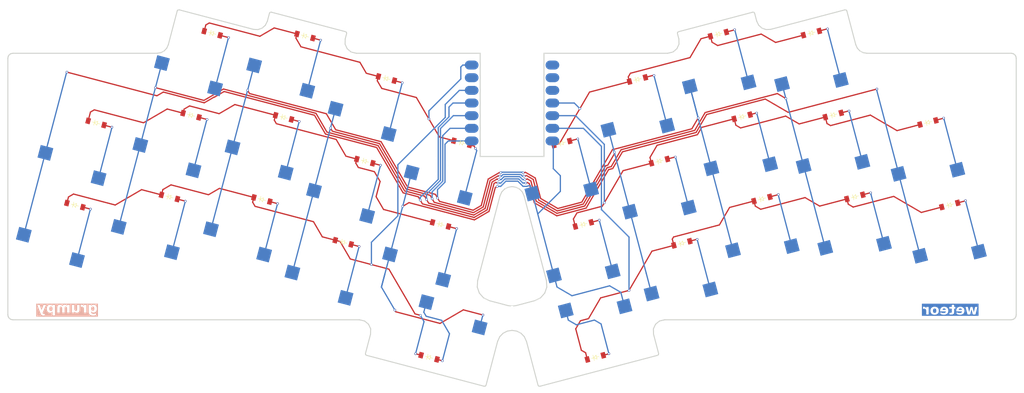
<source format=kicad_pcb>
(kicad_pcb (version 20240108) (generator "pcbnew") (generator_version "8.0")
  (layers (0 "F.Cu" signal) (31 "B.Cu" signal) (34 "B.Paste" user) (35 "F.Paste" user) (36 "B.SilkS" user "B.Silkscreen") (37 "F.SilkS" user "F.Silkscreen") (38 "B.Mask" user) (39 "F.Mask" user) (44 "Edge.Cuts" user))
  (net 0 "")
  (net 1 "Row_2")
  (net 2 "Net-(D1-A)")
  (net 3 "Row_3")
  (net 4 "Net-(D2-A)")
  (net 5 "Row_1")
  (net 6 "Net-(D3-A)")
  (net 7 "Net-(D4-A)")
  (net 8 "Net-(D5-A)")
  (net 9 "Net-(D6-A)")
  (net 10 "Net-(D7-A)")
  (net 11 "Net-(D8-A)")
  (net 12 "Net-(D9-A)")
  (net 13 "Net-(D10-A)")
  (net 14 "Net-(D11-A)")
  (net 15 "Net-(D12-A)")
  (net 16 "Net-(D13-A)")
  (net 17 "Net-(D14-A)")
  (net 18 "Row_6")
  (net 19 "Net-(D15-A)")
  (net 20 "Row_4")
  (net 21 "Net-(D16-A)")
  (net 22 "Row_5")
  (net 23 "Net-(D17-A)")
  (net 24 "Net-(D18-A)")
  (net 25 "Net-(D19-A)")
  (net 26 "Net-(D20-A)")
  (net 27 "Net-(D21-A)")
  (net 28 "Net-(D22-A)")
  (net 29 "Net-(D23-A)")
  (net 30 "Net-(D24-A)")
  (net 31 "Net-(D25-A)")
  (net 32 "Net-(D26-A)")
  (net 33 "Net-(D27-A)")
  (net 34 "Net-(D28-A)")
  (net 35 "Col_1")
  (net 36 "Col_2")
  (net 37 "Col_3")
  (net 38 "Col_4")
  (net 39 "Col_5")
  (footprint "weteor:ChocV1_V2_Hotswap_1.5u" (layer "F.Cu") (at 134.53127 116.512674 165.25)
    (property "Reference" "SW14" (hide yes))
    (property "Value" "SW_Push" (hide yes))
  )
  (footprint "weteor:ChocV1_V2_Hotswap" (layer "F.Cu") (at 215.545114 76.944319 14.75)
    (property "Reference" "SW25" (hide yes))
    (property "Value" "SW_Push" (hide yes))
  )
  (footprint "weteor:ChocV1_V2_Hotswap" (layer "F.Cu") (at 234.575018 78.526369 14.75)
    (property "Reference" "SW27" (hide yes))
    (property "Value" "SW_Push" (hide yes))
  )
  (footprint "weteor:D_SOD-123" (layer "F.Cu") (at 135.66152 94.370575 -14.75)
    (property "Reference" "D13" (hide yes))
    (property "Value" "D")
  )
  (footprint "weteor:D_SOD-123" (layer "F.Cu") (at 66.615603 74.005423 -14.75)
    (property "Reference" "D1" (hide yes))
    (property "Value" "D")
  )
  (footprint "weteor:ChocV1_V2_Hotswap" (layer "F.Cu") (at 107.268552 60.991898 -14.75)
    (property "Reference" "SW6" (hide yes))
    (property "Value" "SW_Push" (hide yes))
  )
  (footprint "weteor:D_SOD-123" (layer "F.Cu") (at 175.14642 65.273522 14.75)
    (property "Reference" "D18" (hide yes))
    (property "Value" "D")
  )
  (footprint "weteor:ChocV1_V2_Hotswap" (layer "F.Cu") (at 65.421516 78.540871 -14.75)
    (property "Reference" "SW1" (hide yes))
    (property "Value" "SW_Push" (hide yes))
  )
  (footprint "weteor:MountingHole_4mm" (layer "F.Cu") (at 52.500001 109.899998)
    (property "Reference" "H7" (hide yes))
    (property "Value" "MountingHole")
  )
  (footprint "weteor:MountingHole_4mm" (layer "F.Cu") (at 164 63.4)
    (property "Reference" "H3" (hide yes))
    (property "Value" "MountingHole")
  )
  (footprint "weteor:D_SOD-123" (layer "F.Cu") (at 196.130792 72.753617 14.75)
    (property "Reference" "D22" (hide yes))
    (property "Value" "D")
  )
  (footprint "weteor:ChocV1_V2_Hotswap" (layer "F.Cu") (at 176.403223 69.670208 14.75)
    (property "Reference" "SW18" (hide yes))
    (property "Value" "SW_Push" (hide yes))
  )
  (footprint "weteor:ChocV1_V2_Hotswap" (layer "F.Cu") (at 114.936861 102.564239 -14.75)
    (property "Reference" "SW11" (hide yes))
    (property "Value" "SW_Push" (hide yes))
  )
  (footprint "weteor:D_SOD-123" (layer "F.Cu") (at 166.699252 121.058804 14.75)
    (property "Reference" "D15" (hide yes))
    (property "Value" "D")
  )
  (footprint "weteor:D_SOD-123" (layer "F.Cu") (at 210.013088 55.953148 14.75)
    (property "Reference" "D24" (hide yes))
    (property "Value" "D")
  )
  (footprint "weteor:D_SOD-123" (layer "F.Cu") (at 164.29079 94.363614 14.75)
    (property "Reference" "D17" (hide yes))
    (property "Value" "D")
  )
  (footprint "weteor:D_SOD-123" (layer "F.Cu") (at 81.315892 88.860483 -14.75)
    (property "Reference" "D5" (hide yes))
    (property "Value" "D")
  )
  (footprint "weteor:D_SOD-123" (layer "F.Cu") (at 89.881518 56.000576 -14.75)
    (property "Reference" "D3" (hide yes))
    (property "Value" "D")
  )
  (footprint "weteor:ChocV1_V2_Hotswap" (layer "F.Cu") (at 211.21688 60.504538 14.75)
    (property "Reference" "SW24" (hide yes))
    (property "Value" "SW_Push" (hide yes))
  )
  (footprint "weteor:D_SOD-123" (layer "F.Cu") (at 159.970794 78.043618 14.75)
    (property "Reference" "D16" (hide yes))
    (property "Value" "D")
  )
  (footprint "weteor:ChocV1_V2_Hotswap" (layer "F.Cu") (at 201.38446 93.856989 14.75)
    (property "Reference" "SW23" (hide yes))
    (property "Value" "SW_Push" (hide yes))
  )
  (footprint "weteor:ChocV1_V2_Hotswap" (layer "F.Cu") (at 134.507798 98.927184 -14.75)
    (property "Reference" "SW13" (hide yes))
    (property "Value" "SW_Push" (hide yes))
  )
  (footprint "weteor:ChocV1_V2_Hotswap" (layer "F.Cu") (at 197.056225 77.41721 14.75)
    (property "Reference" "SW22" (hide yes))
    (property "Value" "SW_Push" (hide yes))
  )
  (footprint "weteor:ChocV1_V2_Hotswap" (layer "F.Cu") (at 80.123198 93.39857 -14.75)
    (property "Reference" "SW5" (hide yes))
    (property "Value" "SW_Push" (hide yes))
  )
  (footprint "weteor:ChocV1_V2_Hotswap" (layer "F.Cu") (at 238.903247 94.966145 14.75)
    (property "Reference" "SW28" (hide yes))
    (property "Value" "SW_Push" (hide yes))
  )
  (footprint "weteor:ChocV1_V2_Hotswap" (layer "F.Cu") (at 123.593329 69.68468 -14.75)
    (property "Reference" "SW9" (hide yes))
    (property "Value" "SW_Push" (hide yes))
  )
  (footprint "weteor:ChocV1_V2_Hotswap" (layer "F.Cu") (at 119.265088 86.124457 -14.75)
    (property "Reference" "SW10" (hide yes))
    (property "Value" "SW_Push" (hide yes))
  )
  (footprint "weteor:D_SOD-123" (layer "F.Cu") (at 108.485896 56.550484 -14.75)
    (property "Reference" "D6" (hide yes))
    (property "Value" "D")
  )
  (footprint "weteor:D_SOD-123" (layer "F.Cu") (at 191.370794 56.173614 14.75)
    (property "Reference" "D21" (hide yes))
    (property "Value" "D")
  )
  (footprint "weteor:MountingHole_4mm" (layer "F.Cu") (at 103.000002 109.900001)
    (property "Reference" "H2" (hide yes))
    (property "Value" "MountingHole")
  )
  (footprint "weteor:D_SOD-123" (layer "F.Cu") (at 139.93079 77.993614 -14.75)
    (property "Reference" "D12" (hide yes))
    (property "Value" "D")
  )
  (footprint "weteor:D_SOD-123" (layer "F.Cu") (at 124.811517 65.090576 -14.75)
    (property "Reference" "D9" (hide yes))
    (property "Value" "D")
  )
  (footprint "weteor:ChocV1_V2_Hotswap_1.5u" (layer "F.Cu") (at 165.465259 116.498168 -165.25)
    (property "Reference" "SW15" (hide yes))
    (property "Value" "SW_Push" (hide yes))
  )
  (footprint "weteor:ChocV1_V2_Hotswap" (layer "F.Cu") (at 165.488735 98.912679 14.75)
    (property "Reference" "SW17" (hide yes))
    (property "Value" "SW_Push" (hide yes))
  )
  (footprint "weteor:D_SOD-123" (layer "F.Cu") (at 62.357094 90.494587 -14.75)
    (property "Reference" "D2" (hide yes))
    (property "Value" "D")
  )
  (footprint "weteor:D_SOD-123" (layer "F.Cu") (at 200.10079 89.253617 14.75)
    (property "Reference" "D23" (hide yes))
    (property "Value" "D")
  )
  (footprint "weteor:ChocV1_V2_Hotswap" (layer "F.Cu") (at 180.731456 86.109989 14.75)
    (property "Reference" "SW19" (hide yes))
    (property "Value" "SW_Push" (hide yes))
  )
  (footprint "weteor:D_SOD-123" (layer "F.Cu") (at 120.485899 81.670484 -14.75)
    (property "Reference" "D10" (hide yes))
    (property "Value" "D")
  )
  (footprint "weteor:MountingHole_4mm" (layer "F.Cu") (at 150 112.8)
    (property "Reference" "H9" (hide yes))
    (property "Value" "MountingHole")
  )
  (footprint "weteor:ChocV1_V2_Hotswap" (layer "F.Cu") (at 98.612092 93.871461 -14.75)
    (property "Reference" "SW8" (hide yes))
    (property "Value" "SW_Push" (hide yes))
  )
  (footprint "weteor:MountingHole_4mm" (layer "F.Cu") (at 247.5 63.4)
    (property "Reference" "H6" (hide yes))
    (property "Value" "MountingHole")
  )
  (footprint "weteor:MountingHole_4mm" (layer "F.Cu") (at 52.5 63.399999)
    (property "Reference" "H5" (hide yes))
    (property "Value" "MountingHole")
  )
  (footprint "weteor:ChocV1_V2_Hotswap" (layer "F.Cu") (at 61.093288 94.980653 -14.75)
    (property "Reference" "SW2" (hide yes))
    (property "Value" "SW_Push" (hide yes))
  )
  (footprint "weteor:D_SOD-123" (layer "F.Cu") (at 104.19152 72.880578 -14.75)
    (property "Reference" "D7" (hide yes))
    (property "Value" "D")
  )
  (footprint "weteor:D_SOD-123" (layer "F.Cu") (at 184.050797 98.153617 14.75)
    (property "Reference" "D20" (hide yes))
    (property "Value" "D")
  )
  (footprint "weteor:ChocV1_V2_Hotswap" (layer "F.Cu") (at 161.160509 82.4729 14.75)
    (property "Reference" "SW16" (hide yes))
    (property "Value" "SW_Push" (hide yes))
  )
  (footprint "weteor:ChocV1_V2_Hotswap" (layer "F.Cu") (at 84.451438 76.958788 -14.75)
    (property "Reference" "SW4" (hide yes))
    (property "Value" "SW_Push" (hide yes))
  )
  (footprint "weteor:D_SOD-123" (layer "F.Cu") (at 179.550794 81.663615 14.75)
    (property "Reference" "D19" (hide yes))
    (property "Value" "D")
  )
  (footprint "weteor:D_SOD-123" (layer "F.Cu") (at 233.383703 73.904516 14.75)
    (property "Reference" "D27" (hide yes))
    (property "Value" "D")
  )
  (footprint "weteor:ChocV1_V2_Hotswap" (layer "F.Cu") (at 219.873341 93.384101 14.75)
    (property "Reference" "SW26" (hide yes))
    (property "Value" "SW_Push" (hide yes))
  )
  (footprint "weteor:ChocV1_V2_Hotswap" (layer "F.Cu") (at 192.727989 60.977428 14.75)
    (property "Reference" "SW21" (hide yes))
    (property "Value" "SW_Push" (hide yes))
  )
  (footprint "weteor:D_SOD-123" (layer "F.Cu") (at 237.753318 90.462214 14.75)
    (property "Reference" "D28" (hide yes))
    (property "Value" "D")
  )
  (footprint "weteor:ChocV1_V2_Hotswap" (layer "F.Cu") (at 88.779668 60.519009 -14.75)
    (property "Reference" "SW3" (hide yes))
    (property "Value" "SW_Push" (hide yes))
  )
  (footprint "weteor:ChocV1_V2_Hotswap" (layer "F.Cu") (at 185.059689 102.549771 14.75)
    (property "Reference" "SW20" (hide yes))
    (property "Value" "SW_Push" (hide yes))
  )
  (footprint "weteor:ChocV1_V2_Hotswap" (layer "F.Cu") (at 102.940318 77.431678 -14.75)
    (property "Reference" "SW7" (hide yes))
    (property "Value" "SW_Push" (hide yes))
  )
  (footprint "weteor:MountingHole_4mm" (layer "F.Cu") (at 136 63.4)
    (property "Reference" "H4" (hide yes))
    (property "Value" "MountingHole")
  )
  (footprint "weteor:D_SOD-123" (layer "F.Cu") (at 218.726414 88.833523 14.75)
    (property "Reference" "D26" (hide yes))
    (property "Value" "D")
  )
  (footprint "weteor:D_SOD-123" (layer "F.Cu") (at 85.645864 72.458231 -14.75)
    (property "Reference" "D4" (hide yes))
    (property "Value" "D")
  )
  (footprint "weteor:D_SOD-123" (layer "F.Cu") (at 214.394763 72.399539 14.75)
    (property "Reference" "D25" (hide yes))
    (property "Value" "D")
  )
  (footprint "weteor:D_SOD-123" (layer "F.Cu") (at 116.151517 97.960575 -14.75)
    (property "Reference" "D11" (hide yes))
    (property "Value" "D")
  )
  (footprint "weteor:ChocV1_V2_Hotswap" (layer "F.Cu") (at 138.836029 82.487403 -14.75)
    (property "Reference" "SW12" (hide yes))
    (property "Value" "SW_Push" (hide yes))
  )
  (footprint "weteor:D_SOD-123" (layer "F.Cu") (at 133.359251 121.038804 -14.75)
    (property "Reference" "D14" (hide yes))
    (property "Value" "D")
  )
  (footprint "weteor:MountingHole_4mm" (layer "F.Cu") (at 197.000002 109.9)
    (property "Reference" "H1" (hide yes))
    (property "Value" "MountingHole")
  )
  (footprint "weteor:D_SOD-123" (layer "F.Cu") (at 99.845895 89.370483 -14.75)
    (property "Reference" "D8" (hide yes))
    (property "Value" "D")
  )
  (footprint "weteor:MountingHole_4mm" (layer "F.Cu") (at 247.500001 109.899999)
    (property "Reference" "H8" (hide yes))
    (property "Value" "MountingHole")
  )
  (footprint "weteor:xiao-ble-smd_upside_down_npads" (layer "B.Cu") (at 150 70 180)
    (property "Reference" "U1" (hide yes))
    (property "Value" "xiao-ble" (hide yes))
  )
  (gr_line (start 152.901057 117.873965) (end 152.458411 116.895271) (stroke (width 0.2)) (layer "Edge.Cuts"))
  (gr_line (start 120.613729 120.279023) (end 121.635019 116.398384) (stroke (width 0.2)) (layer "Edge.Cuts"))
  (gr_line (start 156.554112 108.151395) (end 156.970309 106.957065) (stroke (width 0.2)) (layer "Edge.Cuts"))
  (gr_line (start 143.614908 80.737546) (end 156.400071 80.737547) (stroke (width 0.2)) (layer "Edge.Cuts"))
  (gr_line (start 152.053558 87.844798) (end 151.484937 87.260943) (stroke (width 0.2)) (layer "Edge.Cuts"))
  (gr_line (start 49.923898 113.513636) (end 49.534671 113.43479) (stroke (width 0.2)) (layer "Edge.Cuts"))
  (gr_line (start 144.423289 126.857087) (end 120.827512 120.644677) (stroke (width 0.2)) (layer "Edge.Cuts"))
  (gr_line (start 198.491883 51.795153) (end 198.63079 51.97798) (stroke (width 0.2)) (layer "Edge.Cuts"))
  (gr_line (start 180.588874 113.513636) (end 179.550915 113.759169) (stroke (width 0.2)) (layer "Edge.Cuts"))
  (gr_line (start 48.92396 112.513512) (end 48.92396 61.01296) (stroke (width 0.2)) (layer "Edge.Cuts"))
  (gr_line (start 80.271436 59.534735) (end 80.778642 58.992869) (stroke (width 0.2)) (layer "Edge.Cuts"))
  (gr_line (start 181.21726 60.013101) (end 182.254953 59.767304) (stroke (width 0.2)) (layer "Edge.Cuts"))
  (gr_line (start 250.783009 60.305995) (end 250.997322 60.623759) (stroke (width 0.2)) (layer "Edge.Cuts"))
  (gr_line (start 150.764095 110.674412) (end 154.54267 109.679643) (stroke (width 0.2)) (layer "Edge.Cuts"))
  (gr_line (start 182.254953 59.767304) (end 183.038913 59.117223) (stroke (width 0.2)) (layer "Edge.Cuts"))
  (gr_line (start 183.189197 55.824223) (end 183.372023 55.685054) (stroke (width 0.2)) (layer "Edge.Cuts"))
  (gr_line (start 183.15824 56.0515) (end 183.189197 55.824223) (stroke (width 0.2)) (layer "Edge.Cuts"))
  (gr_line (start 121.661743 115.33238) (end 121.232589 114.408985) (stroke (width 0.2)) (layer "Edge.Cuts"))
  (gr_line (start 156.400071 80.737547) (end 156.400069 60.013101) (stroke (width 0.2)) (layer "Edge.Cuts"))
  (gr_line (start 155.210074 126.643038) (end 152.901057 117.873965) (stroke (width 0.2)) (layer "Edge.Cuts"))
  (gr_line (start 156.893429 105.647853) (end 152.417223 88.646326) (stroke (width 0.2)) (layer "Edge.Cuts"))
  (gr_line (start 143.029305 106.957047) (end 143.445511 108.151382) (stroke (width 0.2)) (layer "Edge.Cuts"))
  (gr_line (start 81.091379 58.298603) (end 82.87996 51.50517) (stroke (width 0.2)) (layer "Edge.Cuts"))
  (gr_line (start 101.735467 51.764197) (end 116.627787 55.685053) (stroke (width 0.2)) (layer "Edge.Cuts"))
  (gr_line (start 118.782551 60.013101) (end 143.614908 60.013102) (stroke (width 0.2)) (layer "Edge.Cuts"))
  (gr_line (start 179.386081 120.279024) (end 179.355124 120.506035) (stroke (width 0.2)) (layer "Edge.Cuts"))
  (gr_line (start 49.002514 112.902449) (end 48.92396 112.513512) (stroke (width 0.2)) (layer "Edge.Cuts"))
  (gr_line (start 117.744857 59.767304) (end 118.782551 60.013101) (stroke (width 0.2)) (layer "Edge.Cuts"))
  (gr_line (start 120.448629 113.758904) (end 119.410935 113.513636) (stroke (width 0.2)) (layer "Edge.Cuts"))
  (gr_line (start 149.221502 86.903912) (end 148.514671 87.260922) (stroke (width 0.2)) (layer "Edge.Cuts"))
  (gr_line (start 49.534671 113.43479) (end 49.216827 113.220213) (stroke (width 0.2)) (layer "Edge.Cuts"))
  (gr_line (start 156.400069 60.013101) (end 181.21726 60.013101) (stroke (width 0.2)) (layer "Edge.Cuts"))
  (gr_line (start 145.456932 109.679644) (end 149.235509 110.674412) (stroke (width 0.2)) (layer "Edge.Cuts"))
  (gr_line (start 49.534671 60.091682) (end 49.923898 60.013101) (stroke (width 0.2)) (layer "Edge.Cuts"))
  (gr_line (start 179.550915 113.759169) (end 178.76722 114.408985) (stroke (width 0.2)) (layer "Edge.Cuts"))
  (gr_line (start 121.232589 114.408985) (end 120.448629 113.758904) (stroke (width 0.2)) (layer "Edge.Cuts"))
  (gr_line (start 49.216827 60.305995) (end 49.534671 60.091682) (stroke (width 0.2)) (layer "Edge.Cuts"))
  (gr_line (start 151.484937 87.260943) (end 150.778103 86.903919) (stroke (width 0.2)) (layer "Edge.Cuts"))
  (gr_line (start 199.453642 54.393359) (end 200.116424 54.974913) (stroke (width 0.2)) (layer "Edge.Cuts"))
  (gr_line (start 147.098752 117.873964) (end 144.789736 126.643038) (stroke (width 0.2)) (layer "Edge.Cuts"))
  (gr_line (start 83.246672 51.291387) (end 98.138991 55.212244) (stroke (width 0.2)) (layer "Edge.Cuts"))
  (gr_line (start 148.22614 116.196243) (end 147.541135 116.895271) (stroke (width 0.2)) (layer "Edge.Cuts"))
  (gr_line (start 216.753138 51.291387) (end 216.980678 51.322344) (stroke (width 0.2)) (layer "Edge.Cuts"))
  (gr_line (start 116.531743 58.19383) (end 116.960896 59.117223) (stroke (width 0.2)) (layer "Edge.Cuts"))
  (gr_line (start 217.119585 51.50517) (end 218.908167 58.298603) (stroke (width 0.2)) (layer "Edge.Cuts"))
  (gr_line (start 148.514671 87.260922) (end 147.94605 87.844773) (stroke (width 0.2)) (layer "Edge.Cuts"))
  (gr_line (start 179.355124 120.506035) (end 179.172297 120.644678) (stroke (width 0.2)) (layer "Edge.Cuts"))
  (gr_line (start 152.417223 88.646326) (end 152.053558 87.844798) (stroke (width 0.2)) (layer "Edge.Cuts"))
  (gr_line (start 116.558465 57.127559) (end 116.531743 58.19383) (stroke (width 0.2)) (layer "Edge.Cuts"))
  (gr_line (start 250.075778 113.513636) (end 180.588874 113.513636) (stroke (width 0.2)) (layer "Edge.Cuts"))
  (gr_line (start 147.94605 87.844773) (end 147.582381 88.646326) (stroke (width 0.2)) (layer "Edge.Cuts"))
  (gr_line (start 144.279737 109.101901) (end 145.456932 109.679644) (stroke (width 0.2)) (layer "Edge.Cuts"))
  (gr_line (start 183.467802 58.19383) (end 183.441344 57.127559) (stroke (width 0.2)) (layer "Edge.Cuts"))
  (gr_line (start 216.980678 51.322344) (end 217.119585 51.50517) (stroke (width 0.2)) (layer "Edge.Cuts"))
  (gr_line (start 155.57652 126.857086) (end 155.348979 126.82613) (stroke (width 0.2)) (layer "Edge.Cuts"))
  (gr_line (start 178.76722 114.408985) (end 178.338068 115.332379) (stroke (width 0.2)) (layer "Edge.Cuts"))
  (gr_line (start 101.507926 51.795153) (end 101.735467 51.764197) (stroke (width 0.2)) (layer "Edge.Cuts"))
  (gr_line (start 49.002514 60.623759) (end 49.216827 60.305995) (stroke (width 0.2)) (layer "Edge.Cuts"))
  (gr_line (start 250.783009 113.220213) (end 250.46498 113.434791) (stroke (width 0.2)) (layer "Edge.Cuts"))
  (gr_line (start 200.116424 54.974913) (end 200.948801 55.265424) (stroke (width 0.2)) (layer "Edge.Cuts"))
  (gr_line (start 250.46498 60.091683) (end 250.783009 60.305995) (stroke (width 0.2)) (layer "Edge.Cuts"))
  (gr_line (start 99.050744 55.265424) (end 99.883386 54.974912) (stroke (width 0.2)) (layer "Edge.Cuts"))
  (gr_line (start 251.075903 61.01296) (end 251.075903 112.513513) (stroke (width 0.2)) (layer "Edge.Cuts"))
  (gr_line (start 154.54267 109.679643) (end 155.719885 109.101903) (stroke (width 0.2)) (layer "Edge.Cuts"))
  (gr_line (start 149.999801 86.782876) (end 149.221502 86.903912) (stroke (width 0.2)) (layer "Edge.Cuts"))
  (gr_line (start 101.36902 51.97798) (end 101.507926 51.795153) (stroke (width 0.2)) (layer "Edge.Cuts"))
  (gr_line (start 143.614908 60.013102) (end 143.614908 80.737546) (stroke (width 0.2)) (layer "Edge.Cuts"))
  (gr_line (start 183.372023 55.685054) (end 198.264342 51.764197) (stroke (width 0.2)) (layer "Edge.Cuts"))
  (gr_line (start 250.46498 113.434791) (end 250.075778 113.513636) (stroke (width 0.2)) (layer "Edge.Cuts"))
  (gr_line (start 120.644686 120.506035) (end 120.613729 120.279023) (stroke (width 0.2)) (layer "Edge.Cuts"))
  (gr_line (start 147.582381 88.646326) (end 143.106173 105.647853) (stroke (width 0.2)) (layer "Edge.Cuts"))
  (gr_line (start 178.36479 116.398384) (end 179.386081 120.279024) (stroke (width 0.2)) (layer "Edge.Cuts"))
  (gr_line (start 250.997321 112.902449) (end 250.783009 113.220213) (stroke (width 0.2)) (layer "Edge.Cuts"))
  (gr_line (start 155.348979 126.82613) (end 155.210074 126.643038) (stroke (width 0.2)) (layer "Edge.Cuts"))
  (gr_line (start 219.728373 59.534735) (end 220.381628 59.887161) (stroke (width 0.2)) (layer "Edge.Cuts"))
  (gr_line (start 49.923898 60.013101) (end 78.867295 60.013101) (stroke (width 0.2)) (layer "Edge.Cuts"))
  (gr_line (start 49.216827 113.220213) (end 49.002514 112.902449) (stroke (width 0.2)) (layer "Edge.Cuts"))
  (gr_line (start 183.441344 57.127559) (end 183.15824 56.0515) (stroke (width 0.2)) (layer "Edge.Cuts"))
  (gr_line (start 120.827512 120.644677) (end 120.644686 120.506035) (stroke (width 0.2)) (layer "Edge.Cuts"))
  (gr_line (start 149.999968 110.773466) (end 150.764095 110.674412) (stroke (width 0.2)) (layer "Edge.Cuts"))
  (gr_line (start 100.948862 53.57368) (end 101.36902 51.97798) (stroke (width 0.2)) (layer "Edge.Cuts"))
  (gr_line (start 83.019132 51.322343) (end 83.246672 51.291387) (stroke (width 0.2)) (layer "Edge.Cuts"))
  (gr_line (start 218.908167 58.298603) (end 219.221167 58.992869) (stroke (width 0.2)) (layer "Edge.Cuts"))
  (gr_line (start 201.860819 55.212243) (end 216.753138 51.291387) (stroke (width 0.2)) (layer "Edge.Cuts"))
  (gr_line (start 82.87996 51.50517) (end 83.019132 51.322343) (stroke (width 0.2)) (layer "Edge.Cuts"))
  (gr_line (start 151.773669 116.196244) (end 150.927268 115.776879) (stroke (width 0.2)) (layer "Edge.Cuts"))
  (gr_line (start 121.635019 116.398384) (end 121.661743 115.33238) (stroke (width 0.2)) (layer "Edge.Cuts"))
  (gr_line (start 119.410935 113.513636) (end 49.923898 113.513636) (stroke (width 0.2)) (layer "Edge.Cuts"))
  (gr_line (start 199.050947 53.57368) (end 199.453642 54.393359) (stroke (width 0.2)) (layer "Edge.Cuts"))
  (gr_line (start 144.789736 126.643038) (end 144.65083 126.82613) (stroke (width 0.2)) (layer "Edge.Cuts"))
  (gr_line (start 144.65083 126.82613) (end 144.423289 126.857087) (stroke (width 0.2)) (layer "Edge.Cuts"))
  (gr_line (start 149.999905 115.637179) (end 149.072541 115.776879) (stroke (width 0.2)) (layer "Edge.Cuts"))
  (gr_line (start 150.778103 86.903919) (end 149.999801 86.782876) (stroke (width 0.2)) (layer "Edge.Cuts"))
  (gr_line (start 48.92396 61.01296) (end 49.002514 60.623759) (stroke (width 0.2)) (layer "Edge.Cuts"))
  (gr_line (start 116.960896 59.117223) (end 117.744857 59.767304) (stroke (width 0.2)) (layer "Edge.Cuts"))
  (gr_line (start 219.221167 58.992869) (end 219.728373 59.534735) (stroke (width 0.2)) (layer "Edge.Cuts"))
  (gr_line (start 99.883386 54.974912) (end 100.546167 54.393358) (stroke (width 0.2)) (layer "Edge.Cuts"))
  (gr_line (start 220.381628 59.887161) (end 221.132515 60.013101) (stroke (width 0.2)) (layer "Edge.Cuts"))
  (gr_line (start 251.075903 112.513513) (end 250.997321 112.902449) (stroke (width 0.2)) (layer "Edge.Cuts"))
  (gr_line (start 143.106173 105.647853) (end 143.029305 106.957047) (stroke (width 0.2)) (layer "Edge.Cuts"))
  (gr_line (start 152.458411 116.895271) (end 151.773669 116.196244) (stroke (width 0.2)) (layer "Edge.Cuts"))
  (gr_line (start 98.138991 55.212244) (end 99.050744 55.265424) (stroke (width 0.2)) (layer "Edge.Cuts"))
  (gr_line (start 150.927268 115.776879) (end 149.999905 115.637179) (stroke (width 0.2)) (layer "Edge.Cuts"))
  (gr_line (start 221.132515 60.013101) (end 250.075778 60.013101) (stroke (width 0.2)) (layer "Edge.Cuts"))
  (gr_line (start 179.172297 120.644678) (end 155.57652 126.857086) (stroke (width 0.2)) (layer "Edge.Cuts"))
  (gr_line (start 147.541135 116.895271) (end 147.098752 117.873964) (stroke (width 0.2)) (layer "Edge.Cuts"))
  (gr_line (start 250.997322 60.623759) (end 251.075903 61.01296) (stroke (width 0.2)) (layer "Edge.Cuts"))
  (gr_line (start 79.618181 59.88716) (end 80.271436 59.534735) (stroke (width 0.2)) (layer "Edge.Cuts"))
  (gr_line (start 78.867295 60.013101) (end 79.618181 59.88716) (stroke (width 0.2)) (layer "Edge.Cuts"))
  (gr_line (start 143.445511 108.151382) (end 144.279737 109.101901) (stroke (width 0.2)) (layer "Edge.Cuts"))
  (gr_line (start 116.810614 55.824223) (end 116.84157 56.0515) (stroke (width 0.2)) (layer "Edge.Cuts"))
  (gr_line (start 149.235509 110.674412) (end 149.999968 110.773466) (stroke (width 0.2)) (layer "Edge.Cuts"))
  (gr_line (start 149.072541 115.776879) (end 148.22614 116.196243) (stroke (width 0.2)) (layer "Edge.Cuts"))
  (gr_line (start 178.338068 115.332379) (end 178.36479 116.398384) (stroke (width 0.2)) (layer "Edge.Cuts"))
  (gr_line (start 155.719885 109.101903) (end 156.554112 108.151395) (stroke (width 0.2)) (layer "Edge.Cuts"))
  (gr_line (start 200.948801 55.265424) (end 201.860819 55.212243) (stroke (width 0.2)) (layer "Edge.Cuts"))
  (gr_line (start 116.84157 56.0515) (end 116.558465 57.127559) (stroke (width 0.2)) (layer "Edge.Cuts"))
  (gr_line (start 116.627787 55.685053) (end 116.810614 55.824223) (stroke (width 0.2)) (layer "Edge.Cuts"))
  (gr_line (start 100.546167 54.393358) (end 100.948862 53.57368) (stroke (width 0.2)) (layer "Edge.Cuts"))
  (gr_line (start 198.63079 51.97798) (end 199.050947 53.57368) (stroke (width 0.2)) (layer "Edge.Cuts"))
  (gr_line (start 156.970309 106.957065) (end 156.893429 105.647853) (stroke (width 0.2)) (layer "Edge.Cuts"))
  (gr_line (start 183.038913 59.117223) (end 183.467802 58.19383) (stroke (width 0.2)) (layer "Edge.Cuts"))
  (gr_line (start 250.075778 60.013101) (end 250.46498 60.091683) (stroke (width 0.2)) (layer "Edge.Cuts"))
  (gr_line (start 198.264342 51.764197) (end 198.491883 51.795153) (stroke (width 0.2)) (layer "Edge.Cuts"))
  (gr_line (start 80.778642 58.992869) (end 81.091379 58.298603) (stroke (width 0.2)) (layer "Edge.Cuts"))
  (gr_text "weteor" (at 243.400002 112.8 0) (layer "B.Cu" knockout) (effects (font (size 2 2) (thickness 0.3) (bold yes)) (justify left bottom mirror)))
  (gr_text "grumpy" (at 66.9 112.4 0) (layer "B.SilkS" knockout) (effects (font (size 2 2) (thickness 0.3) (bold yes)) (justify left bottom mirror)))
  (segment (start 102.339786 73.433266) (end 102.595891 72.460485) (width 0.25) (layer "F.Cu") (net 1))
  (segment (start 102.595891 72.460485) (end 94.42339 70.308844) (width 0.25) (layer "F.Cu") (net 1))
  (segment (start 118.676503 82.062322) (end 118.890265 81.25039) (width 0.25) (layer "F.Cu") (net 1))
  (segment (start 80.869419 71.200699) (end 84.050235 72.038142) (width 0.25) (layer "F.Cu") (net 1))
  (segment (start 124.241041 91.363814) (end 122.74619 88.800549) (width 0.25) (layer "F.Cu") (net 1))
  (segment (start 66.255542 71.366799) (end 76.127776 73.965942) (width 0.25) (layer "F.Cu") (net 1))
  (segment (start 65.485896 71.815638) (end 66.255542 71.366799) (width 0.25) (layer "F.Cu") (net 1))
  (segment (start 134.065896 93.950482) (end 124.241041 91.363814) (width 0.25) (layer "F.Cu") (net 1))
  (segment (start 102.759233 74.152511) (end 102.339786 73.433266) (width 0.25) (layer "F.Cu") (net 1))
  (segment (start 114.740936 77.307028) (end 102.759233 74.152511) (width 0.25) (layer "F.Cu") (net 1))
  (segment (start 65.019978 73.585331) (end 65.485896 71.815638) (width 0.25) (layer "F.Cu") (net 1))
  (segment (start 94.42339 70.308844) (end 91.279049 72.142572) (width 0.25) (layer "F.Cu") (net 1))
  (segment (start 85.354783 70.582843) (end 84.266253 71.217656) (width 0.25) (layer "F.Cu") (net 1))
  (segment (start 122.74619 88.800549) (end 123.550732 85.744684) (width 0.25) (layer "F.Cu") (net 1))
  (segment (start 123.550732 85.744684) (end 122.406115 83.781977) (width 0.25) (layer "F.Cu") (net 1))
  (segment (start 119.18477 82.933868) (end 118.676503 82.062322) (width 0.25) (layer "F.Cu") (net 1))
  (segment (start 116.705129 80.675091) (end 114.740936 77.307028) (width 0.25) (layer "F.Cu") (net 1))
  (segment (start 91.279049 72.142572) (end 85.354783 70.582843) (width 0.25) (layer "F.Cu") (net 1))
  (segment (start 118.890265 81.25039) (end 116.705129 80.675091) (width 0.25) (layer "F.Cu") (net 1))
  (segment (start 122.406115 83.781977) (end 119.18477 82.933868) (width 0.25) (layer "F.Cu") (net 1))
  (segment (start 76.127776 73.965942) (end 80.869419 71.200699) (width 0.25) (layer "F.Cu") (net 1))
  (segment (start 84.266253 71.217656) (end 84.050241 72.03814) (width 0.25) (layer "F.Cu") (net 1))
  (segment (start 68.191518 74.440577) (end 69.771203 74.856474) (width 0.25) (layer "F.Cu") (net 2))
  (segment (start 69.771203 74.856474) (end 69.784554 74.848687) (width 0.25) (layer "F.Cu") (net 2))
  (via (at 69.784554 74.848687) (size 0.5) (drill 0.3) (layers "F.Cu" "B.Cu") (net 2))
  (segment (start 69.708172 75.138803) (end 69.722982 75.164193) (width 0.25) (layer "B.Cu") (net 2))
  (segment (start 69.722982 75.164193) (end 67.110624 85.086629) (width 0.25) (layer "B.Cu") (net 2))
  (segment (start 69.784554 74.848687) (end 69.708172 75.138803) (width 0.25) (layer "B.Cu") (net 2))
  (segment (start 75.735279 87.391234) (end 79.720269 88.440389) (width 0.25) (layer "F.Cu") (net 3))
  (segment (start 110.195867 93.824154) (end 111.965428 96.858472) (width 0.25) (layer "F.Cu") (net 3))
  (segment (start 125.319334 103.348482) (end 129.385493 110.320847) (width 0.25) (layer "F.Cu") (net 3))
  (segment (start 79.720269 88.440389) (end 80.00053 87.375881) (width 0.25) (layer "F.Cu") (net 3))
  (segment (start 131.763624 120.61871) (end 130.660449 120.32827) (width 0.25) (layer "F.Cu") (net 3))
  (segment (start 111.965428 96.858472) (end 115.524153 97.795405) (width 0.25) (layer "F.Cu") (net 3))
  (segment (start 62.08402 88.271812) (end 70.448967 90.47412) (width 0.25) (layer "F.Cu") (net 3))
  (segment (start 131.61597 112.60857) (end 130.557074 112.329786) (width 0.25) (layer "F.Cu") (net 3))
  (segment (start 98.484943 90.740922) (end 110.195867 93.824154) (width 0.25) (layer "F.Cu") (net 3))
  (segment (start 117.573292 101.309122) (end 121.812469 102.425203) (width 0.25) (layer "F.Cu") (net 3))
  (segment (start 130.557074 112.329786) (end 129.385493 110.320847) (width 0.25) (layer "F.Cu") (net 3))
  (segment (start 80.00053 87.375881) (end 81.624434 86.42885) (width 0.25) (layer "F.Cu") (net 3))
  (segment (start 115.524153 97.795405) (end 117.573292 101.309122) (width 0.25) (layer "F.Cu") (net 3))
  (segment (start 130.660449 120.32827) (end 130.658713 120.329281) (width 0.25) (layer "F.Cu") (net 3))
  (segment (start 121.812469 102.425203) (end 125.319334 103.348482) (width 0.25) (layer "F.Cu") (net 3))
  (segment (start 91.34309 87.131882) (end 98.250266 88.950387) (width 0.25) (layer "F.Cu") (net 3))
  (segment (start 97.998479 89.906768) (end 98.484943 90.740922) (width 0.25) (layer "F.Cu") (net 3))
  (segment (start 70.448967 90.47412) (end 75.735279 87.391234) (width 0.25) (layer "F.Cu") (net 3))
  (segment (start 60.761467 90.074493) (end 61.082267 88.856017) (width 0.25) (layer "F.Cu") (net 3))
  (segment (start 89.150809 88.410378) (end 91.34309 87.131882) (width 0.25) (layer "F.Cu") (net 3))
  (segment (start 81.624434 86.42885) (end 89.150809 88.410378) (width 0.25) (layer "F.Cu") (net 3))
  (segment (start 61.082267 88.856017) (end 62.08402 88.271812) (width 0.25) (layer "F.Cu") (net 3))
  (segment (start 98.250266 88.950387) (end 97.998479 89.906768) (width 0.25) (layer "F.Cu") (net 3))
  (via (at 131.61597 112.60857) (size 0.5) (drill 0.3) (layers "F.Cu" "B.Cu") (net 3))
  (via (at 121.812469 102.425203) (size 0.5) (drill 0.3) (layers "F.Cu" "B.Cu") (net 3))
  (via (at 130.658713 120.329281) (size 0.5) (drill 0.3) (layers "F.Cu" "B.Cu") (net 3))
  (segment (start 127.112471 92.649233) (end 121.812471 97.949233) (width 0.25) (layer "B.Cu") (net 3))
  (segment (start 130.658713 120.329281) (end 132.356908 113.879086) (width 0.25) (layer "B.Cu") (net 3))
  (segment (start 136.612469 72.888882) (end 127.112471 82.388883) (width 0.25) (layer "B.Cu") (net 3))
  (segment (start 127.112471 82.388883) (end 127.112471 92.649233) (width 0.25) (layer "B.Cu") (net 3))
  (segment (start 136.612469 72.888882) (end 136.612472 70.287533) (width 0.25) (layer "B.Cu") (net 3))
  (segment (start 141.43004 67.46) (end 139.44 67.46) (width 0.25) (layer "B.Cu") (net 3))
  (segment (start 121.812471 97.949233) (end 121.812469 102.425203) (width 0.25) (layer "B.Cu") (net 3))
  (segment (start 136.612472 70.287533) (end 139.44 67.46) (width 0.25) (layer "B.Cu") (net 3))
  (segment (start 132.356908 113.879086) (end 131.61597 112.60857) (width 0.25) (layer "B.Cu") (net 3))
  (segment (start 65.494558 91.297885) (end 65.495005 91.298652) (width 0.25) (layer "F.Cu") (net 4))
  (segment (start 63.871518 90.870577) (end 65.494558 91.297885) (width 0.25) (layer "F.Cu") (net 4))
  (via (at 65.495005 91.298652) (size 0.5) (drill 0.3) (layers "F.Cu" "B.Cu") (net 4))
  (segment (start 65.471528 91.312343) (end 62.782394 101.52641) (width 0.25) (layer "B.Cu") (net 4))
  (segment (start 65.495005 91.298652) (end 65.471528 91.312343) (width 0.25) (layer "B.Cu") (net 4))
  (segment (start 102.319577 54.92703) (end 106.890267 56.130389) (width 0.25) (layer "F.Cu") (net 5))
  (segment (start 89.304409 53.930489) (end 99.448724 56.601263) (width 0.25) (layer "F.Cu") (net 5))
  (segment (start 106.890267 56.130389) (end 106.669676 56.968256) (width 0.25) (layer "F.Cu") (net 5))
  (segment (start 133.339178 73.209171) (end 135.439848 76.811247) (width 0.25) (layer "F.Cu") (net 5))
  (segment (start 99.448724 56.601263) (end 102.319577 54.92703) (width 0.25) (layer "F.Cu") (net 5))
  (segment (start 122.987711 65.537195) (end 123.879409 67.06623) (width 0.25) (layer "F.Cu") (net 5))
  (segment (start 88.614355 54.332921) (end 89.304409 53.930489) (width 0.25) (layer "F.Cu") (net 5))
  (segment (start 107.69101 58.719576) (end 119.508312 61.830809) (width 0.25) (layer "F.Cu") (net 5))
  (segment (start 123.215893 64.670482) (end 122.987711 65.537195) (width 0.25) (layer "F.Cu") (net 5))
  (segment (start 119.508312 61.830809) (end 120.792234 64.032389) (width 0.25) (layer "F.Cu") (net 5))
  (segment (start 135.439848 76.811247) (end 138.335168 77.57352) (width 0.25) (layer "F.Cu") (net 5))
  (segment (start 88.285897 55.580483) (end 88.614355 54.332921) (width 0.25) (layer "F.Cu") (net 5))
  (segment (start 106.669676 56.968256) (end 107.69101 58.719576) (width 0.25) (layer "F.Cu") (net 5))
  (segment (start 123.879409 67.06623) (end 130.822803 68.89427) (width 0.25) (layer "F.Cu") (net 5))
  (segment (start 120.792234 64.032389) (end 123.215893 64.670482) (width 0.25) (layer "F.Cu") (net 5))
  (segment (start 130.822803 68.89427) (end 133.339178 73.209171) (width 0.25) (layer "F.Cu") (net 5))
  (via (at 133.339178 73.209171) (size 0.5) (drill 0.3) (layers "F.Cu" "B.Cu") (net 5))
  (segment (start 139.729942 65.16992) (end 133.339178 71.560684) (width 0.25) (layer "B.Cu") (net 5))
  (segment (start 133.339178 71.560684) (end 133.339178 73.209171) (width 0.25) (layer "B.Cu") (net 5))
  (segment (start 141.43004 62.38) (end 140.119862 62.38) (width 0.25) (layer "B.Cu") (net 5))
  (segment (start 139.729942 62.76992) (end 139.729942 65.16992) (width 0.25) (layer "B.Cu") (net 5))
  (segment (start 140.119862 62.38) (end 139.729942 62.76992) (width 0.25) (layer "B.Cu") (net 5))
  (segment (start 91.477143 56.42067) (end 93.179493 56.868861) (width 0.25) (layer "F.Cu") (net 6))
  (segment (start 93.179493 56.868861) (end 93.182144 56.873403) (width 0.25) (layer "F.Cu") (net 6))
  (via (at 93.182144 56.873403) (size 0.5) (drill 0.3) (layers "F.Cu" "B.Cu") (net 6))
  (segment (start 93.182144 56.873403) (end 93.146451 56.894216) (width 0.25) (layer "B.Cu") (net 6))
  (segment (start 93.146451 56.894216) (end 90.468769 67.064766) (width 0.25) (layer "B.Cu") (net 6))
  (segment (start 87.241489 72.878327) (end 88.846788 73.300964) (width 0.25) (layer "F.Cu") (net 7))
  (segment (start 88.846788 73.300964) (end 88.85391 73.313181) (width 0.25) (layer "F.Cu") (net 7))
  (via (at 88.85391 73.313181) (size 0.5) (drill 0.3) (layers "F.Cu" "B.Cu") (net 7))
  (segment (start 88.85391 73.313181) (end 88.818215 73.333999) (width 0.25) (layer "B.Cu") (net 7))
  (segment (start 88.818215 73.333999) (end 86.140535 83.504547) (width 0.25) (layer "B.Cu") (net 7))
  (segment (start 82.911516 89.280575) (end 84.502681 89.699493) (width 0.25) (layer "F.Cu") (net 8))
  (segment (start 84.502681 89.699493) (end 84.50685 89.706644) (width 0.25) (layer "F.Cu") (net 8))
  (via (at 84.50685 89.706644) (size 0.5) (drill 0.3) (layers "F.Cu" "B.Cu") (net 8))
  (segment (start 84.50685 89.706644) (end 84.507405 89.707595) (width 0.25) (layer "B.Cu") (net 8))
  (segment (start 84.507405 89.707595) (end 81.812307 99.944328) (width 0.25) (layer "B.Cu") (net 8))
  (segment (start 110.081522 56.970577) (end 111.630175 57.378303) (width 0.25) (layer "F.Cu") (net 9))
  (segment (start 111.630175 57.378303) (end 111.631829 57.377336) (width 0.25) (layer "F.Cu") (net 9))
  (via (at 111.631829 57.377336) (size 0.5) (drill 0.3) (layers "F.Cu" "B.Cu") (net 9))
  (segment (start 111.631829 57.377336) (end 111.632394 57.378292) (width 0.25) (layer "B.Cu") (net 9))
  (segment (start 111.632394 57.378292) (end 108.957651 67.537655) (width 0.25) (layer "B.Cu") (net 9))
  (segment (start 107.329231 73.706666) (end 107.331607 73.71074) (width 0.25) (layer "F.Cu") (net 10))
  (segment (start 105.787148 73.300669) (end 107.329231 73.706666) (width 0.25) (layer "F.Cu") (net 10))
  (via (at 107.331607 73.71074) (size 0.5) (drill 0.3) (layers "F.Cu" "B.Cu") (net 10))
  (segment (start 107.332164 73.711699) (end 104.629418 83.977435) (width 0.25) (layer "B.Cu") (net 10))
  (segment (start 107.331607 73.71074) (end 107.332164 73.711699) (width 0.25) (layer "B.Cu") (net 10))
  (segment (start 103.000003 90.200891) (end 103.000312 90.201422) (width 0.25) (layer "F.Cu") (net 11))
  (segment (start 101.441518 89.790574) (end 103.000003 90.200891) (width 0.25) (layer "F.Cu") (net 11))
  (via (at 103.000312 90.201422) (size 0.5) (drill 0.3) (layers "F.Cu" "B.Cu") (net 11))
  (segment (start 103.000312 90.201422) (end 102.989058 90.207989) (width 0.25) (layer "B.Cu") (net 11))
  (segment (start 102.989058 90.207989) (end 100.301186 100.417217) (width 0.25) (layer "B.Cu") (net 11))
  (segment (start 127.987601 65.926771) (end 127.992243 65.934728) (width 0.25) (layer "F.Cu") (net 12))
  (segment (start 126.407147 65.510671) (end 127.987601 65.926771) (width 0.25) (layer "F.Cu") (net 12))
  (via (at 127.992243 65.934728) (size 0.5) (drill 0.3) (layers "F.Cu" "B.Cu") (net 12))
  (segment (start 127.992243 65.934728) (end 127.992809 65.935694) (width 0.25) (layer "B.Cu") (net 12))
  (segment (start 127.992809 65.935694) (end 125.282433 76.230438) (width 0.25) (layer "B.Cu") (net 12))
  (segment (start 122.08152 82.090574) (end 123.632956 82.499036) (width 0.25) (layer "F.Cu") (net 13))
  (segment (start 123.632956 82.499036) (end 123.643127 82.493101) (width 0.25) (layer "F.Cu") (net 13))
  (via (at 123.643127 82.493101) (size 0.5) (drill 0.3) (layers "F.Cu" "B.Cu") (net 13))
  (segment (start 123.631868 82.499668) (end 120.954192 92.670216) (width 0.25) (layer "B.Cu") (net 13))
  (segment (start 123.643127 82.493101) (end 123.631868 82.499668) (width 0.25) (layer "B.Cu") (net 13))
  (segment (start 117.747151 98.380672) (end 119.334859 98.79868) (width 0.25) (layer "F.Cu") (net 14))
  (segment (start 119.334859 98.79868) (end 119.338327 98.80462) (width 0.25) (layer "F.Cu") (net 14))
  (via (at 119.338327 98.80462) (size 0.5) (drill 0.3) (layers "F.Cu" "B.Cu") (net 14))
  (segment (start 119.338327 98.80462) (end 119.338883 98.805581) (width 0.25) (layer "B.Cu") (net 14))
  (segment (start 119.338883 98.805581) (end 116.62596 109.109998) (width 0.25) (layer "B.Cu") (net 14))
  (segment (start 142.668088 79.116734) (end 142.390813 78.641284) (width 0.25) (layer "F.Cu") (net 15))
  (segment (start 142.390813 78.641284) (end 141.526415 78.413707) (width 0.25) (layer "F.Cu") (net 15))
  (via (at 142.668088 79.116734) (size 0.5) (drill 0.3) (layers "F.Cu" "B.Cu") (net 15))
  (segment (start 142.668088 79.116734) (end 142.924568 79.556528) (width 0.25) (layer "B.Cu") (net 15))
  (segment (start 140.459299 88.920273) (end 140.525133 89.033161) (width 0.25) (layer "B.Cu") (net 15))
  (segment (start 142.924568 79.556528) (end 140.459299 88.920273) (width 0.25) (layer "B.Cu") (net 15))
  (segment (start 137.257145 94.790672) (end 138.889015 95.220305) (width 0.25) (layer "F.Cu") (net 16))
  (segment (start 138.889015 95.220305) (end 138.908758 95.208793) (width 0.25) (layer "F.Cu") (net 16))
  (via (at 138.908758 95.208793) (size 0.5) (drill 0.3) (layers "F.Cu" "B.Cu") (net 16))
  (segment (start 138.908758 95.208793) (end 138.897492 95.215358) (width 0.25) (layer "B.Cu") (net 16))
  (segment (start 138.897492 95.215358) (end 136.1969 105.472942) (width 0.25) (layer "B.Cu") (net 16))
  (segment (start 136.024812 121.740588) (end 136.032948 121.75454) (width 0.25) (layer "F.Cu") (net 17))
  (segment (start 134.954877 121.458897) (end 136.024812 121.740588) (width 0.25) (layer "F.Cu") (net 17))
  (via (at 136.032948 121.75454) (size 0.5) (drill 0.3) (layers "F.Cu" "B.Cu") (net 17))
  (segment (start 136.032948 121.75454) (end 137.463809 116.31974) (width 0.25) (layer "B.Cu") (net 17))
  (segment (start 132.310048 111.988061) (end 132.842174 109.966918) (width 0.25) (layer "B.Cu") (net 17))
  (segment (start 132.78509 112.802626) (end 132.310048 111.988061) (width 0.25) (layer "B.Cu") (net 17))
  (segment (start 135.889307 113.619899) (end 132.78509 112.802626) (width 0.25) (layer "B.Cu") (net 17))
  (segment (start 137.463809 116.31974) (end 135.889307 113.619899) (width 0.25) (layer "B.Cu") (net 17))
  (segment (start 182.127066 97.327493) (end 182.384299 96.886411) (width 0.25) (layer "F.Cu") (net 18))
  (segment (start 208.741279 88.985503) (end 199.844456 91.327839) (width 0.25) (layer "F.Cu") (net 18))
  (segment (start 226.515062 88.742246) (end 218.382206 90.883449) (width 0.25) (layer "F.Cu") (net 18))
  (segment (start 193.616377 90.960818) (end 198.505167 89.673708) (width 0.25) (layer "F.Cu") (net 18))
  (segment (start 191.571236 94.46769) (end 193.616377 90.960818) (width 0.25) (layer "F.Cu") (net 18))
  (segment (start 162.767551 115.328872) (end 163.900534 119.632228) (width 0.25) (layer "F.Cu") (net 18))
  (segment (start 211.66745 90.691993) (end 208.741279 88.985503) (width 0.25) (layer "F.Cu") (net 18))
  (segment (start 199.844456 91.327839) (end 198.776727 90.70516) (width 0.25) (layer "F.Cu") (net 18))
  (segment (start 182.384299 96.886411) (end 191.571236 94.46769) (width 0.25) (layer "F.Cu") (net 18))
  (segment (start 173.451258 107.614304) (end 178.046706 99.734357) (width 0.25) (layer "F.Cu") (net 18))
  (segment (start 236.157691 90.882313) (end 232.042497 91.965748) (width 0.25) (layer "F.Cu") (net 18))
  (segment (start 164.747475 120.126151) (end 165.103627 121.478898) (width 0.25) (layer "F.Cu") (net 18))
  (segment (start 178.046706 99.734357) (end 182.455168 98.573707) (width 0.25) (layer "F.Cu") (net 18))
  (segment (start 182.455168 98.573707) (end 182.127066 97.327493) (width 0.25) (layer "F.Cu") (net 18))
  (segment (start 163.715103 113.704081) (end 162.767551 115.328872) (width 0.25) (layer "F.Cu") (net 18))
  (segment (start 232.042497 91.965748) (end 226.515062 88.742246) (width 0.25) (layer "F.Cu") (net 18))
  (segment (start 198.776727 90.70516) (end 198.505167 89.673708) (width 0.25) (layer "F.Cu") (net 18))
  (segment (start 218.382206 90.883449) (end 217.41073 90.316901) (width 0.25) (layer "F.Cu") (net 18))
  (segment (start 163.900534 119.632228) (end 164.747475 120.126151) (width 0.25) (layer "F.Cu") (net 18))
  (segment (start 217.130793 89.253615) (end 211.66745 90.691993) (width 0.25) (layer "F.Cu") (net 18))
  (segment (start 217.41073 90.316901) (end 217.130793 89.253615) (width 0.25) (layer "F.Cu") (net 18))
  (segment (start 167.759678 109.112772) (end 165.330066 113.278895) (width 0.25) (layer "F.Cu") (net 18))
  (segment (start 167.759678 109.112772) (end 173.451258 107.614304) (width 0.25) (layer "F.Cu") (net 18))
  (segment (start 165.330066 113.278895) (end 163.715103 113.704081) (width 0.25) (layer "F.Cu") (net 18))
  (via (at 173.451258 107.614304) (size 0.5) (drill 0.3) (layers "F.Cu" "B.Cu") (net 18))
  (segment (start 164.304893 75.079999) (end 167.924893 78.7) (width 0.25) (layer "B.Cu") (net 18))
  (segment (start 173.451262 96.9069) (end 173.451258 107.614304) (width 0.25) (layer "B.Cu") (net 18))
  (segment (start 167.974204 91.429844) (end 173.451262 96.9069) (width 0.25) (layer "B.Cu") (net 18))
  (segment (start 167.924896 91.429844) (end 167.974204 91.429844) (width 0.25) (layer "B.Cu") (net 18))
  (segment (start 167.924893 78.7) (end 167.924896 91.429844) (width 0.25) (layer "B.Cu") (net 18))
  (segment (start 158.56996 75.08) (end 164.304893 75.079999) (width 0.25) (layer "B.Cu") (net 18))
  (segment (start 169.401754 120.347294) (end 169.417514 120.320266) (width 0.25) (layer "F.Cu") (net 19))
  (segment (start 168.294876 120.63871) (end 169.401754 120.347294) (width 0.25) (layer "F.Cu") (net 19))
  (via (at 169.417514 120.320266) (size 0.5) (drill 0.3) (layers "F.Cu" "B.Cu") (net 19))
  (segment (start 166.512477 113.56736) (end 162.895725 114.519569) (width 0.25) (layer "B.Cu") (net 19))
  (segment (start 161.284497 113.579931) (end 160.771856 111.632783) (width 0.25) (layer "B.Cu") (net 19))
  (segment (start 162.895725 114.519569) (end 161.284497 113.579931) (width 0.25) (layer "B.Cu") (net 19))
  (segment (start 167.844072 114.343922) (end 166.512477 113.56736) (width 0.25) (layer "B.Cu") (net 19))
  (segment (start 169.417514 120.320266) (end 167.844072 114.343922) (width 0.25) (layer "B.Cu") (net 19))
  (segment (start 158.375165 78.463709) (end 159.492921 78.169429) (width 0.25) (layer "F.Cu") (net 20))
  (segment (start 159.492921 78.169429) (end 163.600718 71.125667) (width 0.25) (layer "F.Cu") (net 20))
  (segment (start 202.837607 57.842297) (end 199.954517 56.160928) (width 0.25) (layer "F.Cu") (net 20))
  (segment (start 173.304988 64.759982) (end 173.73292 64.026191) (width 0.25) (layer "F.Cu") (net 20))
  (segment (start 173.73292 64.026191) (end 185.675938 60.881855) (width 0.25) (layer "F.Cu") (net 20))
  (segment (start 208.417458 56.373241) (end 202.837607 57.842297) (width 0.25) (layer "F.Cu") (net 20))
  (segment (start 187.886769 57.090882) (end 189.775162 56.593709) (width 0.25) (layer "F.Cu") (net 20))
  (segment (start 173.550789 65.693615) (end 173.304988 64.759982) (width 0.25) (layer "F.Cu") (net 20))
  (segment (start 185.675938 60.881855) (end 187.886769 57.090882) (width 0.25) (layer "F.Cu") (net 20))
  (segment (start 191.22209 58.459981) (end 190.093183 57.801619) (width 0.25) (layer "F.Cu") (net 20))
  (segment (start 163.600718 71.125667) (end 165.538378 67.803107) (width 0.25) (layer "F.Cu") (net 20))
  (segment (start 165.538378 67.803107) (end 173.550789 65.693615) (width 0.25) (layer "F.Cu") (net 20))
  (segment (start 190.093183 57.801619) (end 189.775162 56.593709) (width 0.25) (layer "F.Cu") (net 20))
  (segment (start 199.954517 56.160928) (end 191.22209 58.459981) (width 0.25) (layer "F.Cu") (net 20))
  (via (at 163.600718 71.125667) (size 0.5) (drill 0.3) (layers "F.Cu" "B.Cu") (net 20))
  (segment (start 162.475056 70.000002) (end 163.600718 71.125667) (width 0.25) (layer "B.Cu") (net 20))
  (segment (start 158.56996 70) (end 162.475056 70.000002) (width 0.25) (layer "B.Cu") (net 20))
  (segment (start 163.170846 77.201112) (end 163.181076 77.207073) (width 0.25) (layer "F.Cu") (net 21))
  (segment (start 161.56642 77.623521) (end 163.170846 77.201112) (width 0.25) (layer "F.Cu") (net 21))
  (via (at 163.181076 77.207073) (size 0.5) (drill 0.3) (layers "F.Cu" "B.Cu") (net 21))
  (segment (start 163.181076 77.207073) (end 163.187587 77.210868) (width 0.25) (layer "B.Cu") (net 21))
  (segment (start 163.187587 77.210868) (end 165.853909 87.338281) (width 0.25) (layer "B.Cu") (net 21))
  (segment (start 221.545154 72.502427) (end 213.848862 74.528693) (width 0.25) (layer "F.Cu") (net 22))
  (segment (start 213.140305 74.115473) (end 212.799143 72.819635) (width 0.25) (layer "F.Cu") (net 22))
  (segment (start 188.019412 74.889165) (end 187.165473 76.353441) (width 0.25) (layer "F.Cu") (net 22))
  (segment (start 212.799143 72.819635) (end 207.55775 74.199574) (width 0.25) (layer "F.Cu") (net 22))
  (segment (start 194.872616 74.455417) (end 194.535166 73.17371) (width 0.25) (layer "F.Cu") (net 22))
  (segment (start 172.256296 83.584097) (end 168.499901 90.025305) (width 0.25) (layer "F.Cu") (net 22))
  (segment (start 195.816027 75.005603) (end 194.872616 74.455417) (width 0.25) (layer "F.Cu") (net 22))
  (segment (start 221.836661 72.425681) (end 227.175261 75.539061) (width 0.25) (layer "F.Cu") (net 22))
  (segment (start 187.165473 76.353441) (end 179.07872 78.482505) (width 0.25) (layer "F.Cu") (net 22))
  (segment (start 177.651409 80.929958) (end 177.95517 82.08371) (width 0.25) (layer "F.Cu") (net 22))
  (segment (start 162.695166 94.783711) (end 162.300849 93.285986) (width 0.25) (layer "F.Cu") (net 22))
  (segment (start 177.95517 82.08371) (end 172.256296 83.584097) (width 0.25) (layer "F.Cu") (net 22))
  (segment (start 207.55775 74.199574) (end 204.857909 72.625075) (width 0.25) (layer "F.Cu") (net 22))
  (segment (start 168.100238 90.710614) (end 168.499901 90.025305) (width 0.25) (layer "F.Cu") (net 22))
  (segment (start 163.023245 92.047275) (end 168.100238 90.710614) (width 0.25) (layer "F.Cu") (net 22))
  (segment (start 179.07872 78.482505) (end 177.651409 80.929958) (width 0.25) (layer "F.Cu") (net 22))
  (segment (start 162.300849 93.285986) (end 163.023245 92.047275) (width 0.25) (layer "F.Cu") (net 22))
  (segment (start 221.836661 72.425681) (end 221.545154 72.502427) (width 0.25) (layer "F.Cu") (net 22))
  (segment (start 213.848862 74.528693) (end 213.140305 74.115473) (width 0.25) (layer "F.Cu") (net 22))
  (segment (start 231.788068 74.324609) (end 227.175261 75.539061) (width 0.25) (layer "F.Cu") (net 22))
  (segment (start 204.857909 72.625075) (end 195.816027 75.005603) (width 0.25) (layer "F.Cu") (net 22))
  (segment (start 194.535166 73.17371) (end 188.019412 74.889165) (width 0.25) (layer "F.Cu") (net 22))
  (via (at 168.499901 90.025305) (size 0.5) (drill 0.3) (layers "F.Cu" "B.Cu") (net 22))
  (segment (start 168.499896 78.3) (end 168.499901 90.025305) (width 0.25) (layer "B.Cu") (net 22))
  (segment (start 158.56996 72.54) (end 162.739896 72.540001) (width 0.25) (layer "B.Cu") (net 22))
  (segment (start 162.739896 72.540001) (end 168.499896 78.3) (width 0.25) (layer "B.Cu") (net 22))
  (segment (start 165.886422 93.943523) (end 167.483244 93.523114) (width 0.25) (layer "F.Cu") (net 23))
  (segment (start 167.483244 93.523114) (end 167.485877 93.518594) (width 0.25) (layer "F.Cu") (net 23))
  (via (at 167.485877 93.518594) (size 0.5) (drill 0.3) (layers "F.Cu" "B.Cu") (net 23))
  (segment (start 167.482549 93.524302) (end 170.18214 103.778062) (width 0.25) (layer "B.Cu") (net 23))
  (segment (start 167.485877 93.518594) (end 167.482549 93.524302) (width 0.25) (layer "B.Cu") (net 23))
  (segment (start 178.363551 64.42652) (end 178.453819 64.479167) (width 0.25) (layer "F.Cu") (net 24))
  (segment (start 176.742041 64.853429) (end 178.363551 64.42652) (width 0.25) (layer "F.Cu") (net 24))
  (via (at 178.453819 64.479167) (size 0.5) (drill 0.3) (layers "F.Cu" "B.Cu") (net 24))
  (segment (start 178.45049 64.484872) (end 181.096631 74.535594) (width 0.25) (layer "B.Cu") (net 24))
  (segment (start 178.453819 64.479167) (end 178.45049 64.484872) (width 0.25) (layer "B.Cu") (net 24))
  (segment (start 182.71479 80.830602) (end 182.742351 80.846673) (width 0.25) (layer "F.Cu") (net 25))
  (segment (start 181.146416 81.243521) (end 182.71479 80.830602) (width 0.25) (layer "F.Cu") (net 25))
  (via (at 182.742351 80.846673) (size 0.5) (drill 0.3) (layers "F.Cu" "B.Cu") (net 25))
  (segment (start 182.742351 80.846673) (end 182.761071 80.857593) (width 0.25) (layer "B.Cu") (net 25))
  (segment (start 182.761071 80.857593) (end 185.424857 90.975375) (width 0.25) (layer "B.Cu") (net 25))
  (segment (start 185.646418 97.733521) (end 187.08808 97.353963) (width 0.25) (layer "F.Cu") (net 26))
  (segment (start 187.08808 97.353963) (end 187.10062 97.361273) (width 0.25) (layer "F.Cu") (net 26))
  (via (at 187.10062 97.361273) (size 0.5) (drill 0.3) (layers "F.Cu" "B.Cu") (net 26))
  (segment (start 187.10713 97.36507) (end 189.753093 107.415153) (width 0.25) (layer "B.Cu") (net 26))
  (segment (start 187.10062 97.361273) (end 187.10713 97.36507) (width 0.25) (layer "B.Cu") (net 26))
  (segment (start 192.966418 55.75352) (end 194.607738 55.321399) (width 0.25) (layer "F.Cu") (net 27))
  (segment (start 194.607738 55.321399) (end 194.626853 55.288613) (width 0.25) (layer "F.Cu") (net 27))
  (via (at 194.626853 55.288613) (size 0.5) (drill 0.3) (layers "F.Cu" "B.Cu") (net 27))
  (segment (start 194.626853 55.288613) (end 194.645581 55.299534) (width 0.25) (layer "B.Cu") (net 27))
  (segment (start 194.645581 55.299534) (end 197.421398 65.842812) (width 0.25) (layer "B.Cu") (net 27))
  (segment (start 197.726418 72.333522) (end 199.007378 71.996273) (width 0.25) (layer "F.Cu") (net 28))
  (segment (start 199.007378 71.996273) (end 199.028923 72.00884) (width 0.25) (layer "F.Cu") (net 28))
  (via (at 199.028923 72.00884) (size 0.5) (drill 0.3) (layers "F.Cu" "B.Cu") (net 28))
  (segment (start 199.047645 72.019757) (end 201.749634 82.282594) (width 0.25) (layer "B.Cu") (net 28))
  (segment (start 199.028923 72.00884) (end 199.047645 72.019757) (width 0.25) (layer "B.Cu") (net 28))
  (segment (start 201.696423 88.833523) (end 203.383542 88.389341) (width 0.25) (layer "F.Cu") (net 29))
  (segment (start 203.383542 88.389341) (end 203.390232 88.377869) (width 0.25) (layer "F.Cu") (net 29))
  (via (at 203.390232 88.377869) (size 0.5) (drill 0.3) (layers "F.Cu" "B.Cu") (net 29))
  (segment (start 203.390232 88.377869) (end 203.365537 88.420224) (width 0.25) (layer "B.Cu") (net 29))
  (segment (start 203.365537 88.420224) (end 206.077866 98.722377) (width 0.25) (layer "B.Cu") (net 29))
  (segment (start 211.608711 55.533055) (end 213.223677 55.10787) (width 0.25) (layer "F.Cu") (net 30))
  (segment (start 213.223677 55.10787) (end 213.248112 55.122119) (width 0.25) (layer "F.Cu") (net 30))
  (via (at 213.248112 55.122119) (size 0.5) (drill 0.3) (layers "F.Cu" "B.Cu") (net 30))
  (segment (start 213.223414 55.164474) (end 215.910288 65.369923) (width 0.25) (layer "B.Cu") (net 30))
  (segment (start 213.248112 55.122119) (end 213.223414 55.164474) (width 0.25) (layer "B.Cu") (net 30))
  (segment (start 215.990388 71.979449) (end 217.508651 71.57972) (width 0.25) (layer "F.Cu") (net 31))
  (segment (start 217.508651 71.57972) (end 217.557515 71.608219) (width 0.25) (layer "F.Cu") (net 31))
  (via (at 217.557515 71.608219) (size 0.5) (drill 0.3) (layers "F.Cu" "B.Cu") (net 31))
  (segment (start 217.554192 71.613929) (end 220.238515 81.809705) (width 0.25) (layer "B.Cu") (net 31))
  (segment (start 217.557515 71.608219) (end 217.554192 71.613929) (width 0.25) (layer "B.Cu") (net 31))
  (segment (start 221.860108 88.008491) (end 221.890331 88.026113) (width 0.25) (layer "F.Cu") (net 32))
  (segment (start 220.322049 88.413429) (end 221.860108 88.008491) (width 0.25) (layer "F.Cu") (net 32))
  (via (at 221.890331 88.026113) (size 0.5) (drill 0.3) (layers "F.Cu" "B.Cu") (net 32))
  (segment (start 221.961616 88.296885) (end 221.951168 88.314811) (width 0.25) (layer "B.Cu") (net 32))
  (segment (start 221.890331 88.026113) (end 221.961616 88.296885) (width 0.25) (layer "B.Cu") (net 32))
  (segment (start 221.951168 88.314811) (end 224.566748 98.249483) (width 0.25) (layer "B.Cu") (net 32))
  (segment (start 234.866415 73.483521) (end 236.499347 73.053608) (width 0.25) (layer "F.Cu") (net 33))
  (segment (start 236.499347 73.053608) (end 236.52099 73.016489) (width 0.25) (layer "F.Cu") (net 33))
  (via (at 236.52099 73.016489) (size 0.5) (drill 0.3) (layers "F.Cu" "B.Cu") (net 33))
  (segment (start 236.612644 73.364627) (end 236.631369 73.375545) (width 0.25) (layer "B.Cu") (net 33))
  (segment (start 236.631369 73.375545) (end 239.268417 83.391748) (width 0.25) (layer "B.Cu") (net 33))
  (segment (start 236.52099 73.016489) (end 236.612644 73.364627) (width 0.25) (layer "B.Cu") (net 33))
  (segment (start 239.19204 90.083429) (end 240.882123 89.638467) (width 0.25) (layer "F.Cu") (net 34))
  (segment (start 240.882123 89.638467) (end 240.906753 89.596235) (width 0.25) (layer "F.Cu") (net 34))
  (via (at 240.906753 89.596235) (size 0.5) (drill 0.3) (layers "F.Cu" "B.Cu") (net 34))
  (segment (start 240.906753 89.596235) (end 240.903427 89.601945) (width 0.25) (layer "B.Cu") (net 34))
  (segment (start 240.903427 89.601945) (end 243.59665 99.831534) (width 0.25) (layer "B.Cu") (net 34))
  (segment (start 131.58886 89.477979) (end 132.035034 90.243043) (width 0.25) (layer "F.Cu") (net 35))
  (segment (start 158.967097 92.639494) (end 154.462628 90.012564) (width 0.25) (layer "F.Cu") (net 35))
  (segment (start 154.462628 90.012564) (end 153.451147 86.170692) (width 0.25) (layer "F.Cu") (net 35))
  (segment (start 172.139479 79.792415) (end 170.178974 83.154153) (width 0.25) (layer "F.Cu") (net 35))
  (segment (start 170.178974 83.154153) (end 169.355447 83.370968) (width 0.25) (layer "F.Cu") (net 35))
  (segment (start 186.90627 75.904644) (end 172.139479 79.792415) (width 0.25) (layer "F.Cu") (net 35))
  (segment (start 144.993289 91.455811) (end 146.39197 86.143242) (width 0.25) (layer "F.Cu") (net 35))
  (segment (start 153.097718 85.964578) (end 152.757388 86.05418) (width 0.25) (layer "F.Cu") (net 35))
  (segment (start 146.39197 86.143242) (end 146.734315 85.943592) (width 0.25) (layer "F.Cu") (net 35))
  (segment (start 132.035034 90.243043) (end 142.395582 92.970748) (width 0.25) (layer "F.Cu") (net 35))
  (segment (start 223.145568 67.190895) (end 205.351924 71.875571) (width 0.25) (layer "F.Cu") (net 35))
  (segment (start 90.37359 68.801953) (end 92.283889 67.687903) (width 0.25) (layer "F.Cu") (net 35))
  (segment (start 205.351924 71.875571) (end 200.770746 69.203905) (width 0.25) (layer "F.Cu") (net 35))
  (segment (start 169.355447 83.370968) (end 164.854086 91.089579) (width 0.25) (layer "F.Cu") (net 35))
  (segment (start 146.734315 85.943592) (end 147.190198 86.063616) (width 0.25) (layer "F.Cu") (net 35))
  (segment (start 112.600203 76.226385) (end 122.857113 78.926804) (width 0.25) (layer "F.Cu") (net 35))
  (segment (start 92.283889 67.687903) (end 110.402648 72.458174) (width 0.25) (layer "F.Cu") (net 35))
  (segment (start 122.857113 78.926804) (end 128.162404 88.023935) (width 0.25) (layer "F.Cu") (net 35))
  (segment (start 128.162404 88.023935) (end 131.208598 88.825933) (width 0.25) (layer "F.Cu") (net 35))
  (segment (start 78.8069 68.548706) (end 80.089629 67.80064) (width 0.25) (layer "F.Cu") (net 35))
  (segment (start 80.089629 67.80064) (end 88.296363 69.961291) (width 0.25) (layer "F.Cu") (net 35))
  (segment (start 153.451147 86.170692) (end 153.097718 85.964578) (width 0.25) (layer "F.Cu") (net 35))
  (segment (start 88.296363 69.961291) (end 90.312083 68.78576) (width 0.25) (layer "F.Cu") (net 35))
  (segment (start 110.402648 72.458174) (end 112.600203 76.226385) (width 0.25) (layer "F.Cu") (net 35))
  (segment (start 164.854086 91.089579) (end 158.967097 92.639494) (width 0.25) (layer "F.Cu") (net 35))
  (segment (start 60.771492 63.80038) (end 78.8069 68.548706) (width 0.25) (layer "F.Cu") (net 35))
  (segment (start 131.208598 88.825933) (end 131.58886 89.477979) (width 0.25) (layer "F.Cu") (net 35))
  (segment (start 90.312083 68.78576) (end 90.37359 68.801953) (width 0.25) (layer "F.Cu") (net 35))
  (segment (start 189.00798 72.300783) (end 186.90627 75.904644) (width 0.25) (layer "F.Cu") (net 35))
  (segment (start 142.395582 92.970748) (end 144.993289 91.455811) (width 0.25) (layer "F.Cu") (net 35))
  (segment (start 200.770746 69.203905) (end 189.00798 72.300783) (width 0.25) (layer "F.Cu") (net 35))
  (via (at 131.58886 89.477979) (size 0.5) (drill 0.3) (layers "F.Cu" "B.Cu") (net 35))
  (via (at 147.190198 86.063616) (size 0.5) (drill 0.3) (layers "F.Cu" "B.Cu") (net 35))
  (via (at 223.145568 67.190895) (size 0.5) (drill 0.3) (layers "F.Cu" "B.Cu") (net 35))
  (via (at 60.771492 63.80038) (size 0.5) (drill 0.3) (layers "F.Cu" "B.Cu") (net 35))
  (via (at 152.757388 86.05418) (size 0.5) (drill 0.3) (layers "F.Cu" "B.Cu") (net 35))
  (segment (start 131.58886 88.947978) (end 131.58886 89.477979) (width 0.25) (layer "B.Cu") (net 35))
  (segment (start 152.16469 86.05418) (end 151.347279 85.236768) (width 0.25) (layer "B.Cu") (net 35))
  (segment (start 147.756163 86.063616) (end 147.190198 86.063616) (width 0.25) (layer "B.Cu") (net 35))
  (segment (start 137.360071 70.806768) (end 137.36007 72.777677) (width 0.25) (layer "B.Cu") (net 35))
  (segment (start 56.453014 80.005743) (end 52.124777 96.445524) (width 0.25) (layer "B.Cu") (net 35))
  (segment (start 226.943101 81.988712) (end 227.517688 84.171127) (width 0.25) (layer "B.Cu") (net 35))
  (segment (start 56.976761 78.01639) (end 56.967453 78.051758) (width 0.25) (layer "B.Cu") (net 35))
  (segment (start 227.490561 84.217635) (end 231.818792 100.657412) (width 0.25) (layer "B.Cu") (net 35))
  (segment (start 135.21007 85.326768) (end 131.58886 88.947978) (width 0.25) (layer "B.Cu") (net 35))
  (segment (start 135.21007 74.927677) (end 135.21007 85.326768) (width 0.25) (layer "B.Cu") (net 35))
  (segment (start 138.166839 70) (end 137.360071 70.806768) (width 0.25) (layer "B.Cu") (net 35))
  (segment (start 60.710098 63.836182) (end 60.771492 63.80038) (width 0.25) (layer "B.Cu") (net 35))
  (segment (start 226.943101 81.988712) (end 223.077769 67.307152) (width 0.25) (layer "B.Cu") (net 35))
  (segment (start 223.077769 67.307152) (end 223.145568 67.190895) (width 0.25) (layer "B.Cu") (net 35))
  (segment (start 141.43004 70) (end 138.166839 70) (width 0.25) (layer "B.Cu") (net 35))
  (segment (start 151.347279 85.236768) (end 148.583011 85.236768) (width 0.25) (layer "B.Cu") (net 35))
  (segment (start 56.967453 78.051758) (end 60.710098 63.836182) (width 0.25) (layer "B.Cu") (net 35))
  (segment (start 148.583011 85.236768) (end 147.756163 86.063616) (width 0.25) (layer "B.Cu") (net 35))
  (segment (start 227.517688 84.171127) (end 227.490561 84.217635) (width 0.25) (layer "B.Cu") (net 35))
  (segment (start 137.36007 72.777677) (end 135.21007 74.927677) (width 0.25) (layer "B.Cu") (net 35))
  (segment (start 152.757388 86.05418) (end 152.16469 86.05418) (width 0.25) (layer "B.Cu") (net 35))
  (segment (start 56.453013 80.005743) (end 56.976761 78.01639) (width 0.25) (layer "B.Cu") (net 35))
  (segment (start 132.855249 89.361589) (end 133.29072 90.108303) (width 0.25) (layer "F.Cu") (net 36))
  (segment (start 164.573511 90.677432) (end 159.008348 92.142617) (width 0.25) (layer "F.Cu") (net 36))
  (segment (start 153.779387 85.649962) (end 153.084017 85.244435) (width 0.25) (layer "F.Cu") (net 36))
  (segment (start 142.329898 92.48812) (end 144.605574 91.160985) (width 0.25) (layer "F.Cu") (net 36))
  (segment (start 169.884149 82.766438) (end 169.060624 82.983254) (width 0.25) (layer "F.Cu") (net 36))
  (segment (start 154.850344 89.717741) (end 153.779387 85.649962) (width 0.25) (layer "F.Cu") (net 36))
  (segment (start 203.186707 68.102501) (end 188.713156 71.913068) (width 0.25) (layer "F.Cu") (net 36))
  (segment (start 78.511626 66.919851) (end 88.23068 69.478665) (width 0.25) (layer "F.Cu") (net 36))
  (segment (start 133.29072 90.108303) (end 142.329898 92.48812) (width 0.25) (layer "F.Cu") (net 36))
  (segment (start 153.084017 85.244435) (end 152.567573 85.380404) (width 0.25) (layer "F.Cu") (net 36))
  (segment (start 144.605574 91.160985) (end 146.004256 85.848418) (width 0.25) (layer "F.Cu") (net 36))
  (segment (start 128.457228 87.636223) (end 132.464285 88.691191) (width 0.25) (layer "F.Cu") (net 36))
  (segment (start 110.697472 72.07046) (end 112.895029 75.838671) (width 0.25) (layer "F.Cu") (net 36))
  (segment (start 169.060624 82.983254) (end 164.573511 90.677432) (width 0.25) (layer "F.Cu") (net 36))
  (segment (start 112.895029 75.838671) (end 123.151939 78.53909) (width 0.25) (layer "F.Cu") (net 36))
  (segment (start 171.86102 79.376639) (end 169.884149 82.766438) (width 0.25) (layer "F.Cu") (net 36))
  (segment (start 159.008348 92.142617) (end 154.850344 89.717741) (width 0.25) (layer "F.Cu") (net 36))
  (segment (start 132.464285 88.691191) (end 132.855249 89.361589) (width 0.25) (layer "F.Cu") (net 36))
  (segment (start 123.151939 78.53909) (end 128.457228 87.636223) (width 0.25) (layer "F.Cu") (net 36))
  (segment (start 204.897014 69.099923) (end 203.186707 68.102501) (width 0.25) (layer "F.Cu") (net 36))
  (segment (start 92.156696 67.189081) (end 110.697472 72.07046) (width 0.25) (layer "F.Cu") (net 36))
  (segment (start 186.627811 75.488867) (end 171.86102 79.376639) (width 0.25) (layer "F.Cu") (net 36))
  (segment (start 188.713156 71.913068) (end 186.627811 75.488867) (width 0.25) (layer "F.Cu") (net 36))
  (segment (start 147.010376 85.261666) (end 147.376222 85.357985) (width 0.25) (layer "F.Cu") (net 36))
  (segment (start 146.004256 85.848418) (end 147.010376 85.261666) (width 0.25) (layer "F.Cu") (net 36))
  (segment (start 88.23068 69.478665) (end 92.156696 67.189081) (width 0.25) (layer "F.Cu") (net 36))
  (via (at 132.855249 89.361589) (size 0.5) (drill 0.3) (layers "F.Cu" "B.Cu") (net 36))
  (via (at 152.567573 85.380404) (size 0.5) (drill 0.3) (layers "F.Cu" "B.Cu") (net 36))
  (via (at 204.897014 69.099923) (size 0.5) (drill 0.3) (layers "F.Cu" "B.Cu") (net 36))
  (via (at 147.376222 85.357985) (size 0.5) (drill 0.3) (layers "F.Cu" "B.Cu") (net 36))
  (via (at 78.511626 66.919851) (size 0.5) (drill 0.3) (layers "F.Cu" "B.Cu") (net 36))
  (segment (start 147.825398 85.357985) (end 147.376222 85.357985) (width 0.25) (layer "B.Cu") (net 36))
  (segment (start 71.15469 94.86344) (end 75.482925 78.42366) (width 0.25) (layer "B.Cu") (net 36))
  (segment (start 152.12731 85.380404) (end 151.533674 84.786769) (width 0.25) (layer "B.Cu") (net 36))
  (segment (start 132.855249 88.317985) (end 132.855249 89.361589) (width 0.25) (layer "B.Cu") (net 36))
  (segment (start 135.660071 85.513164) (end 132.855249 88.317985) (width 0.25) (layer "B.Cu") (net 36))
  (segment (start 138.234144 72.54) (end 135.66007 75.114074) (width 0.25) (layer "B.Cu") (net 36))
  (segment (start 141.43004 72.54) (end 138.234144 72.54) (width 0.25) (layer "B.Cu") (net 36))
  (segment (start 209.858453 87.944776) (end 212.788888 99.075364) (width 0.25) (layer "B.Cu") (net 36))
  (segment (start 135.66007 75.114074) (end 135.660071 85.513164) (width 0.25) (layer "B.Cu") (net 36))
  (segment (start 152.567573 85.380404) (end 152.12731 85.380404) (width 0.25) (layer "B.Cu") (net 36))
  (segment (start 204.897014 69.099923) (end 209.858453 87.944776) (width 0.25) (layer "B.Cu") (net 36))
  (segment (start 148.396615 84.786768) (end 147.825398 85.357985) (width 0.25) (layer "B.Cu") (net 36))
  (segment (start 151.533674 84.786769) (end 148.396615 84.786768) (width 0.25) (layer "B.Cu") (net 36))
  (segment (start 212.788888 99.075364) (end 212.788891 99.075369) (width 0.25) (layer "B.Cu") (net 36))
  (segment (start 204.132426 66.195802) (end 204.897014 69.099923) (width 0.25) (layer "B.Cu") (net 36))
  (segment (start 79.81116 61.983881) (end 75.482925 78.42366) (width 0.25) (layer "B.Cu") (net 36))
  (segment (start 142.198533 91.522865) (end 143.830146 90.571336) (width 0.25) (layer "F.Cu") (net 37))
  (segment (start 155.73938 89.16684) (end 154.65732 85.056894) (width 0.25) (layer "F.Cu") (net 37))
  (segment (start 112.776808 72.15257) (end 114.653763 75.371038) (width 0.25) (layer "F.Cu") (net 37))
  (segment (start 96.987784 67.441094) (end 97.369865 68.09626) (width 0.25) (layer "F.Cu") (net 37))
  (segment (start 135.070768 89.076071) (end 135.463624 89.749712) (width 0.25) (layer "F.Cu") (net 37))
  (segment (start 97.369865 68.09626) (end 112.776808 72.15257) (width 0.25) (layer "F.Cu") (net 37))
  (segment (start 145.22883 85.258769) (end 147.489664 83.940289) (width 0.25) (layer "F.Cu") (net 37))
  (segment (start 170.127247 79.367767) (end 186.045931 75.176729) (width 0.25) (layer "F.Cu") (net 37))
  (segment (start 170.127247 79.367767) (end 163.983862 89.902006) (width 0.25) (layer "F.Cu") (net 37))
  (segment (start 143.830146 90.571336) (end 145.22883 85.258769) (width 0.25) (layer "F.Cu") (net 37))
  (segment (start 129.046877 86.860794) (end 134.637189 88.3326) (width 0.25) (layer "F.Cu") (net 37))
  (segment (start 159.172209 91.168808) (end 155.73938 89.16684) (width 0.25) (layer "F.Cu") (net 37))
  (segment (start 123.741586 77.763662) (end 129.046877 86.860794) (width 0.25) (layer "F.Cu") (net 37))
  (segment (start 135.463624 89.749712) (end 142.198533 91.522865) (width 0.25) (layer "F.Cu") (net 37))
  (segment (start 163.983862 89.902006) (end 159.172209 91.168808) (width 0.25) (layer "F.Cu") (net 37))
  (segment (start 154.65732 85.056894) (end 152.67973 83.903596) (width 0.25) (layer "F.Cu") (net 37))
  (segment (start 152.67973 83.903596) (end 152.221303 84.024289) (width 0.25) (layer "F.Cu") (net 37))
  (segment (start 187.311964 73.005826) (end 186.045931 75.176729) (width 0.25) (layer "F.Cu") (net 37))
  (segment (start 147.489664 83.940289) (end 147.730198 84.003616) (width 0.25) (layer "F.Cu") (net 37))
  (segment (start 134.637189 88.3326) (end 135.070768 89.076071) (width 0.25) (layer "F.Cu") (net 37))
  (segment (start 114.653763 75.371038) (end 123.741586 77.763662) (width 0.25) (layer "F.Cu") (net 37))
  (via (at 152.221303 84.024289) (size 0.5) (drill 0.3) (layers "F.Cu" "B.Cu") (net 37))
  (via (at 135.070768 89.076071) (size 0.5) (drill 0.3) (layers "F.Cu" "B.Cu") (net 37))
  (via (at 96.987784 67.441094) (size 0.5) (drill 0.3) (layers "F.Cu" "B.Cu") (net 37))
  (via (at 147.730198 84.003616) (size 0.5) (drill 0.3) (layers "F.Cu" "B.Cu") (net 37))
  (via (at 187.311964 73.005826) (size 0.5) (drill 0.3) (layers "F.Cu" "B.Cu") (net 37))
  (segment (start 96.987784 67.441094) (end 96.987787 67.441096) (width 0.25) (layer "B.Cu") (net 37))
  (segment (start 141.43004 77.620001) (end 137.216838 77.62) (width 0.25) (layer "B.Cu") (net 37))
  (segment (start 98.300046 62.45677) (end 96.987784 67.441094) (width 0.25) (layer "B.Cu") (net 37))
  (segment (start 135.060071 87.385956) (end 135.06007 89.065374) (width 0.25) (layer "B.Cu") (net 37))
  (segment (start 152.083782 83.886769) (end 152.221303 84.024289) (width 0.25) (layer "B.Cu") (net 37))
  (segment (start 187.311964 73.005826) (end 187.311963 73.005826) (width 0.25) (layer "B.Cu") (net 37))
  (segment (start 96.987787 67.441096) (end 89.643583 95.336333) (width 0.25) (layer "B.Cu") (net 37))
  (segment (start 136.560071 85.885957) (end 135.060071 87.385956) (width 0.25) (layer "B.Cu") (net 37))
  (segment (start 147.847046 83.886768) (end 152.083782 83.886769) (width 0.25) (layer "B.Cu") (net 37))
  (segment (start 147.730198 84.003616) (end 147.847046 83.886768) (width 0.25) (layer "B.Cu") (net 37))
  (segment (start 137.216838 77.62) (end 136.560071 78.276768) (width 0.25) (layer "B.Cu") (net 37))
  (segment (start 136.560071 78.276768) (end 136.560071 85.885957) (width 0.25) (layer "B.Cu") (net 37))
  (segment (start 185.643539 66.668696) (end 194.300005 99.548255) (width 0.25) (layer "B.Cu") (net 37))
  (segment (start 185.643536 66.668697) (end 185.643539 66.668696) (width 0.25) (layer "B.Cu") (net 37))
  (segment (start 135.06007 89.065374) (end 135.070768 89.076071) (width 0.25) (layer "B.Cu") (net 37))
  (segment (start 187.311963 73.005826) (end 185.643536 66.668697) (width 0.25) (layer "B.Cu") (net 37))
  (segment (start 113.976406 75.658039) (end 123.446762 78.151376) (width 0.25) (layer "F.Cu") (net 38))
  (segment (start 145.616542 85.553593) (end 147.250042 84.600966) (width 0.25) (layer "F.Cu") (net 38))
  (segment (start 152.410243 84.698311) (end 152.915868 84.565191) (width 0.25) (layer "F.Cu") (net 38))
  (segment (start 170.567926 80.106109) (end 170.503968 79.86318) (width 0.25) (layer "F.Cu") (net 38))
  (segment (start 169.179679 82.486575) (end 170.567926 80.106109) (width 0.25) (layer "F.Cu") (net 38))
  (segment (start 133.574913 88.518261) (end 133.981459 89.215379) (width 0.25) (layer "F.Cu") (net 38))
  (segment (start 147.250042 84.600966) (end 147.562884 84.683329) (width 0.25) (layer "F.Cu") (net 38))
  (segment (start 154.246091 85.340955) (end 155.335787 89.479911) (width 0.25) (layer "F.Cu") (net 38))
  (segment (start 155.335787 89.479911) (end 159.07403 91.65999) (width 0.25) (layer "F.Cu") (net 38))
  (segment (start 164.278686 90.289718) (end 168.765799 82.59554) (width 0.25) (layer "F.Cu") (net 38))
  (segment (start 159.07403 91.65999) (end 164.278686 90.289718) (width 0.25) (layer "F.Cu") (net 38))
  (segment (start 168.765799 82.59554) (end 169.179679 82.486575) (width 0.25) (layer "F.Cu") (net 38))
  (segment (start 133.981459 89.215379) (end 134.401347 89.935372) (width 0.25) (layer "F.Cu") (net 38))
  (segment (start 142.264216 92.005493) (end 144.21786 90.866161) (width 0.25) (layer "F.Cu") (net 38))
  (segment (start 144.21786 90.866161) (end 145.616542 85.553593) (width 0.25) (layer "F.Cu") (net 38))
  (segment (start 128.752053 87.248508) (end 133.574913 88.518261) (width 0.25) (layer "F.Cu") (net 38))
  (segment (start 113.605349 75.021773) (end 113.976406 75.658039) (width 0.25) (layer "F.Cu") (net 38))
  (segment (start 134.401347 89.935372) (end 142.264216 92.005493) (width 0.25) (layer "F.Cu") (net 38))
  (segment (start 123.446762 78.151376) (end 128.752053 87.248508) (width 0.25) (layer "F.Cu") (net 38))
  (segment (start 152.915868 84.565191) (end 154.246091 85.340955) (width 0.25) (layer "F.Cu") (net 38))
  (via (at 147.562884 84.683329) (size 0.5) (drill 0.3) (layers "F.Cu" "B.Cu") (net 38))
  (via (at 170.503968 79.86318) (size 0.5) (drill 0.3) (layers "F.Cu" "B.Cu") (net 38))
  (via (at 152.410243 84.698311) (size 0.5) (drill 0.3) (layers "F.Cu" "B.Cu") (net 38))
  (via (at 133.981459 89.215379) (size 0.5) (drill 0.3) (layers "F.Cu" "B.Cu") (net 38))
  (via (at 113.605349 75.021773) (size 0.5) (drill 0.3) (layers "F.Cu" "B.Cu") (net 38))
  (segment (start 176.908483 104.189222) (end 177.975238 108.241037) (width 0.25) (layer "B.Cu") (net 38))
  (segment (start 141.43004 75.08) (end 137.576839 75.080001) (width 0.25) (layer "B.Cu") (net 38))
  (segment (start 114.624819 71.149549) (end 113.605347 75.021771) (width 0.25) (layer "B.Cu") (net 38))
  (segment (start 173.647005 91.801258) (end 176.908481 104.189219) (width 0.25) (layer "B.Cu") (net 38))
  (segment (start 148.21022 84.336768) (end 151.720071 84.336768) (width 0.25) (layer "B.Cu") (net 38))
  (segment (start 113.605351 75.021776) (end 105.96836 104.029109) (width 0.25) (layer "B.Cu") (net 38))
  (segment (start 152.081613 84.698311) (end 152.410243 84.698311) (width 0.25) (layer "B.Cu") (net 38))
  (segment (start 170.503968 79.86318) (end 173.647005 91.801258) (width 0.25) (layer "B.Cu") (net 38))
  (segment (start 147.562884 84.683329) (end 147.863658 84.683329) (width 0.25) (layer "B.Cu") (net 38))
  (segment (start 170.503968 79.86318) (end 169.318768 75.361476) (width 0.25) (layer "B.Cu") (net 38))
  (segment (start 176.908481 104.189219) (end 176.908483 104.189222) (width 0.25) (layer "B.Cu") (net 38))
  (segment (start 105.96836 104.029109) (end 105.96835 104.029112) (width 0.25) (layer "B.Cu") (net 38))
  (segment (start 137.576839 75.080001) (end 136.11007 76.546768) (width 0.25) (layer "B.Cu") (net 38))
  (segment (start 113.605349 75.021773) (end 113.605351 75.021776) (width 0.25) (layer "B.Cu") (net 38))
  (segment (start 147.863658 84.683329) (end 148.21022 84.336768) (width 0.25) (layer "B.Cu") (net 38))
  (segment (start 133.981459 87.828171) (end 133.981459 89.215379) (width 0.25) (layer "B.Cu") (net 38))
  (segment (start 151.720071 84.336768) (end 152.081613 84.698311) (width 0.25) (layer "B.Cu") (net 38))
  (segment (start 136.11007 85.69956) (end 133.981459 87.828171) (width 0.25) (layer "B.Cu") (net 38))
  (segment (start 113.605347 75.021771) (end 113.605349 75.021773) (width 0.25) (layer "B.Cu") (net 38))
  (segment (start 136.11007 76.546768) (end 136.11007 85.69956) (width 0.25) (layer "B.Cu") (net 38))
  (segment (start 128.082354 90.732823) (end 129.34065 89.999006) (width 0.25) (layer "F.Cu") (net 39))
  (segment (start 126.5184 111.578595) (end 126.713027 111.912329) (width 0.25) (layer "F.Cu") (net 39))
  (segment (start 135.565011 114.242862) (end 140.237814 111.517764) (width 0.25) (layer "F.Cu") (net 39))
  (segment (start 129.34065 89.999006) (end 142.461263 93.453375) (width 0.25) (layer "F.Cu") (net 39))
  (segment (start 146.640007 86.968597) (end 147.025277 86.743913) (width 0.25) (layer "F.Cu") (net 39))
  (segment (start 145.381003 91.750634) (end 146.640007 86.968597) (width 0.25) (layer "F.Cu") (net 39))
  (segment (start 140.237814 111.517764) (end 144.164021 112.551445) (width 0.25) (layer "F.Cu") (net 39))
  (segment (start 142.461263 93.453375) (end 145.381003 91.750634) (width 0.25) (layer "F.Cu") (net 39))
  (segment (start 126.713027 111.912329) (end 135.565011 114.242862) (width 0.25) (layer "F.Cu") (net 39))
  (via (at 147.025277 86.743913) (size 0.5) (drill 0.3) (layers "F.Cu" "B.Cu") (net 39))
  (via (at 126.5184 111.578595) (size 0.5) (drill 0.3) (layers "F.Cu" "B.Cu") (net 39))
  (via (at 144.164021 112.551445) (size 0.5) (drill 0.3) (layers "F.Cu" "B.Cu") (net 39))
  (via (at 128.082354 90.732823) (size 0.5) (drill 0.3) (layers "F.Cu" "B.Cu") (net 39))
  (segment (start 144.11246 112.720674) (end 143.499778 115.0478) (width 0.25) (layer "B.Cu") (net 39))
  (segment (start 147.025277 86.743913) (end 147.046702 86.722489) (width 0.25) (layer "B.Cu") (net 39))
  (segment (start 159.018761 106.937909) (end 162.01045 108.68261) (width 0.25) (layer "B.Cu") (net 39))
  (segment (start 153.642568 86.544267) (end 153.650836 86.549089) (width 0.25) (layer "B.Cu") (net 39))
  (segment (start 123.814702 106.942486) (end 126.5184 111.578595) (width 0.25) (layer "B.Cu") (net 39))
  (segment (start 128.082354 90.732823) (end 125.53929 100.392054) (width 0.25) (layer "B.Cu") (net 39))
  (segment (start 162.01045 108.68261) (end 169.563079 106.694169) (width 0.25) (layer "B.Cu") (net 39))
  (segment (start 144.164021 112.551445) (end 144.120742 112.715845) (width 0.25) (layer "B.Cu") (net 39))
  (segment (start 158.560749 77.653616) (end 158.272997 77.941367) (width 0.25) (layer "B.Cu") (net 39))
  (segment (start 144.120742 112.715845) (end 144.11246 112.720674) (width 0.25) (layer "B.Cu") (net 39))
  (segment (start 169.563079 106.694169) (end 171.812263 108.005854) (width 0.25) (layer "B.Cu") (net 39))
  (segment (start 124.989925 102.478694) (end 124.491142 104.373187) (width 0.25) (layer "B.Cu") (net 39))
  (segment (start 152.965636 86.722488) (end 153.642568 86.544267) (width 0.25) (layer "B.Cu") (net 39))
  (segment (start 148.769407 85.686769) (end 151.160882 85.686768) (width 0.25) (layer "B.Cu") (net 39))
  (segment (start 158.272994 83.181455) (end 159.69007 84.598531) (width 0.25) (layer "B.Cu") (net 39))
  (segment (start 154.076047 88.164165) (end 155.127213 92.156768) (width 0.25) (layer "B.Cu") (net 39))
  (segment (start 158.404279 104.60395) (end 159.018761 106.937909) (width 0.25) (layer "B.Cu") (net 39))
  (segment (start 125.53929 100.392054) (end 125.539285 100.392057) (width 0.25) (layer "B.Cu") (net 39))
  (segment (start 124.491142 104.373187) (end 123.814703 106.942491) (width 0.25) (layer "B.Cu") (net 39))
  (segment (start 171.812263 108.005854) (end 172.549713 110.806902) (width 0.25) (layer "B.Cu") (net 39))
  (segment (start 147.046702 86.722489) (end 147.733687 86.722489) (width 0.25) (layer "B.Cu") (net 39))
  (segment (start 155.260071 92.156768) (end 155.127213 92.156768) (width 0.25) (layer "B.Cu") (net 39))
  (segment (start 129.867521 83.952274) (end 128.082354 90.732823) (width 0.25) (layer "B.Cu") (net 39))
  (segment (start 152.196602 86.722488) (end 152.965636 86.722488) (width 0.25) (layer "B.Cu") (net 39))
  (segment (start 158.404285 104.603946) (end 158.40428 104.603946) (width 0.25) (layer "B.Cu") (net 39))
  (segment (start 147.733687 86.722489) (end 148.769407 85.686769) (width 0.25) (layer "B.Cu") (net 39))
  (segment (start 125.539285 100.392057) (end 124.989925 102.478694) (width 0.25) (layer "B.Cu") (net 39))
  (segment (start 158.272994 83.181455) (end 158.272997 77.941367) (width 0.25) (layer "B.Cu") (net 39))
  (segment (start 153.650836 86.549089) (end 154.07605 88.164165) (width 0.25) (layer "B.Cu") (net 39))
  (segment (start 159.69007 84.598531) (end 159.69007 87.726768) (width 0.25) (layer "B.Cu") (net 39))
  (segment (start 151.160882 85.686768) (end 152.196602 86.722488) (width 0.25) (layer "B.Cu") (net 39))
  (segment (start 124.491142 104.373187) (end 123.814702 106.942486) (width 0.25) (layer "B.Cu") (net 39))
  (segment (start 155.127213 92.156768) (end 158.404285 104.603946) (width 0.25) (layer "B.Cu") (net 39))
  (segment (start 159.69007 87.726768) (end 155.260071 92.156768) (width 0.25) (layer "B.Cu") (net 39))
)
</source>
